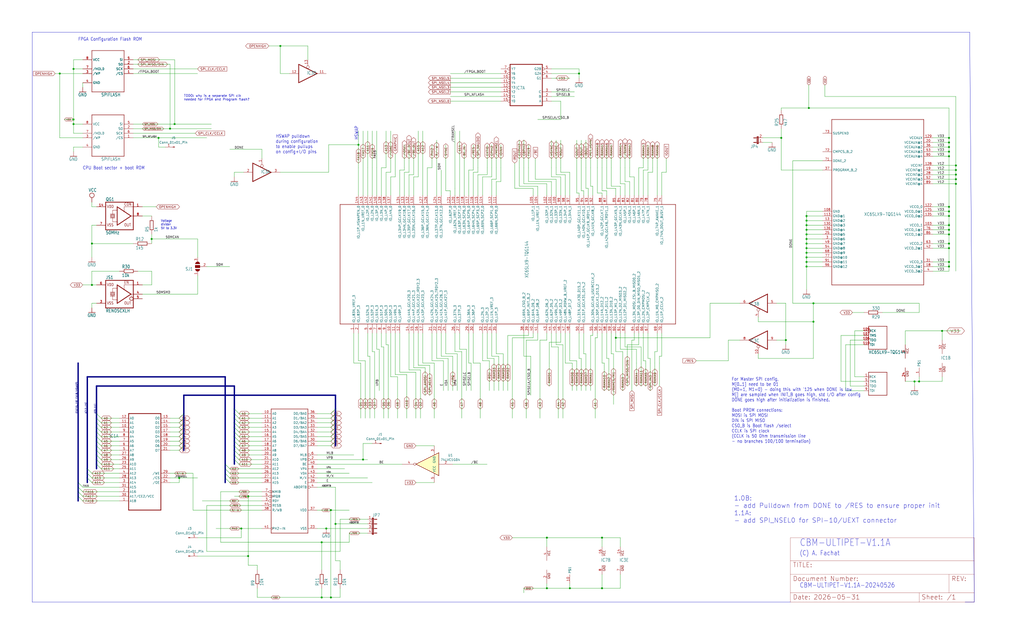
<source format=kicad_sch>
(kicad_sch (version 20231120) (generator "eeschema") (generator_version "8.0")
  (paper "User" 565.963 353.212)
  (junction (at 524.51 116.84))
  (junction (at 447.04 59.69))
  (junction (at 449.58 167.64))
  (junction (at 528.32 91.44))
  (junction (at 50.8 157.48))
  (junction (at 96.52 68.58))
  (junction (at 520.7 182.88))
  (junction (at 445.77 129.54))
  (junction (at 434.34 187.96))
  (junction (at 445.77 119.38))
  (junction (at 524.51 147.32))
  (junction (at 177.8 299.72))
  (junction (at 40.64 66.04))
  (junction (at 524.51 137.16))
  (junction (at 445.77 142.24))
  (junction (at 154.94 25.4))
  (junction (at 524.51 127))
  (junction (at 445.77 124.46))
  (junction (at 505.46 210.82))
  (junction (at 524.51 129.54))
  (junction (at 528.32 96.52))
  (junction (at 528.32 93.98))
  (junction (at 524.51 76.2))
  (junction (at 445.77 121.92))
  (junction (at 445.77 127))
  (junction (at 99.06 264.16))
  (junction (at 177.8 330.2))
  (junction (at 185.42 289.56))
  (junction (at 528.32 101.6))
  (junction (at 137.16 307.34))
  (junction (at 524.51 83.82))
  (junction (at 50.8 134.62))
  (junction (at 182.88 281.94))
  (junction (at 332.74 325.12))
  (junction (at 200.66 254))
  (junction (at 87.63 76.2))
  (junction (at 431.8 76.2))
  (junction (at 524.51 78.74))
  (junction (at 332.74 297.18))
  (junction (at 445.77 134.62))
  (junction (at 198.12 80.01))
  (junction (at 508 210.82))
  (junction (at 524.51 114.3))
  (junction (at 137.16 274.32))
  (junction (at 182.88 330.2))
  (junction (at 445.77 147.32))
  (junction (at 524.51 86.36))
  (junction (at 445.77 132.08))
  (junction (at 445.77 139.7))
  (junction (at 314.96 325.12))
  (junction (at 449.58 177.8))
  (junction (at 93.98 71.12))
  (junction (at 133.35 292.1))
  (junction (at 524.51 81.28))
  (junction (at 302.26 297.18))
  (junction (at 445.77 137.16))
  (junction (at 340.36 186.69))
  (junction (at 524.51 124.46))
  (junction (at 83.82 132.08))
  (junction (at 320.04 40.64))
  (junction (at 528.32 99.06))
  (junction (at 40.64 68.58))
  (junction (at 445.77 144.78))
  (junction (at 524.51 144.78))
  (junction (at 40.64 38.1))
  (junction (at 524.51 134.62))
  (junction (at 180.34 292.1))
  (junction (at 524.51 119.38))
  (junction (at 33.02 40.64))
  (junction (at 302.26 325.12))
  (bus_entry (at 99.06 241.3) (size 2.54 -2.54))
  (bus_entry (at 132.08 251.46) (size -2.54 -2.54))
  (bus_entry (at 132.08 254) (size -2.54 -2.54))
  (bus_entry (at 127 259.08) (size -2.54 -2.54))
  (bus_entry (at 55.88 238.76) (size -2.54 -2.54))
  (bus_entry (at 132.08 233.68) (size -2.54 -2.54))
  (bus_entry (at 55.88 241.3) (size -2.54 -2.54))
  (bus_entry (at 99.06 248.92) (size 2.54 -2.54))
  (bus_entry (at 99.06 233.68) (size 2.54 -2.54))
  (bus_entry (at 182.88 233.68) (size 2.54 -2.54))
  (bus_entry (at 182.88 228.6) (size 2.54 -2.54))
  (bus_entry (at 99.06 243.84) (size 2.54 -2.54))
  (bus_entry (at 132.08 256.54) (size -2.54 -2.54))
  (bus_entry (at 45.72 271.78) (size -2.54 -2.54))
  (bus_entry (at 132.08 241.3) (size -2.54 -2.54))
  (bus_entry (at 55.88 256.54) (size -2.54 -2.54))
  (bus_entry (at 182.88 243.84) (size 2.54 -2.54))
  (bus_entry (at 132.08 238.76) (size -2.54 -2.54))
  (bus_entry (at 99.06 238.76) (size 2.54 -2.54))
  (bus_entry (at 127 261.62) (size -2.54 -2.54))
  (bus_entry (at 55.88 246.38) (size -2.54 -2.54))
  (bus_entry (at 182.88 236.22) (size 2.54 -2.54))
  (bus_entry (at 55.88 259.08) (size -2.54 -2.54))
  (bus_entry (at 132.08 243.84) (size -2.54 -2.54))
  (bus_entry (at 132.08 248.92) (size -2.54 -2.54))
  (bus_entry (at 55.88 248.92) (size -2.54 -2.54))
  (bus_entry (at 132.08 236.22) (size -2.54 -2.54))
  (bus_entry (at 45.72 274.32) (size -2.54 -2.54))
  (bus_entry (at 45.72 276.86) (size -2.54 -2.54))
  (bus_entry (at 132.08 246.38) (size -2.54 -2.54))
  (bus_entry (at 132.08 228.6) (size -2.54 -2.54))
  (bus_entry (at 50.8 266.7) (size -2.54 -2.54))
  (bus_entry (at 99.06 231.14) (size 2.54 -2.54))
  (bus_entry (at 99.06 236.22) (size 2.54 -2.54))
  (bus_entry (at 182.88 246.38) (size 2.54 -2.54))
  (bus_entry (at 45.72 269.24) (size -2.54 -2.54))
  (bus_entry (at 182.88 238.76) (size 2.54 -2.54))
  (bus_entry (at 55.88 243.84) (size -2.54 -2.54))
  (bus_entry (at 182.88 231.14) (size 2.54 -2.54))
  (bus_entry (at 55.88 254) (size -2.54 -2.54))
  (bus_entry (at 50.8 261.62) (size -2.54 -2.54))
  (bus_entry (at 55.88 236.22) (size -2.54 -2.54))
  (bus_entry (at 55.88 233.68) (size -2.54 -2.54))
  (bus_entry (at 55.88 231.14) (size -2.54 -2.54))
  (bus_entry (at 50.8 264.16) (size -2.54 -2.54))
  (bus_entry (at 99.06 246.38) (size 2.54 -2.54))
  (bus_entry (at 127 266.7) (size -2.54 -2.54))
  (bus_entry (at 132.08 231.14) (size -2.54 -2.54))
  (bus_entry (at 127 264.16) (size -2.54 -2.54))
  (bus_entry (at 55.88 251.46) (size -2.54 -2.54))
  (bus_entry (at 182.88 241.3) (size 2.54 -2.54))
  (wire (pts (xy 339.09 195.58) (xy 337.82 195.58)) (stroke (width 0.1524)))
  (wire (pts (xy 203.2 294.64) (xy 193.04 294.64)) (stroke (width 0.1524)))
  (wire (pts (xy 261.62 95.25) (xy 264.16 95.25)))
  (wire (pts (xy 365.76 107.95) (xy 365.76 95.25)))
  (wire (pts (xy 175.26 256.54) (xy 222.25 256.54)))
  (wire (pts (xy 289.56 325.12) (xy 289.56 327.66)) (stroke (width 0.1524)))
  (wire (pts (xy 340.36 186.69) (xy 340.36 184.15)) (stroke (width 0.1524)))
  (wire (pts (xy 454.66 119.38) (xy 445.77 119.38)))
  (bus (pts (xy 43.18 271.78) (xy 43.18 269.24)) (stroke (width 0.762)))
  (wire (pts (xy 182.88 330.2) (xy 187.96 330.2)) (stroke (width 0.1524)))
  (wire (pts (xy 254 72.39) (xy 254 107.95)) (stroke (width 0.1524)))
  (wire (pts (xy 93.98 261.62) (xy 106.68 261.62)) (stroke (width 0.1524)))
  (wire (pts (xy 53.34 157.48) (xy 50.8 157.48)) (stroke (width 0.1524)))
  (wire (pts (xy 213.36 95.25) (xy 213.36 107.95)) (stroke (width 0.1524)))
  (wire (pts (xy 356.87 199.39) (xy 356.87 200.66)))
  (wire (pts (xy 345.44 184.15) (xy 345.44 191.77)))
  (wire (pts (xy 515.62 127) (xy 524.51 127)))
  (wire (pts (xy 266.7 199.39) (xy 266.7 184.15)) (stroke (width 0.1524)))
  (wire (pts (xy 229.87 266.7) (xy 240.03 266.7)))
  (wire (pts (xy 528.32 101.6) (xy 528.32 149.86)) (stroke (width 0.1524)))
  (wire (pts (xy 93.98 266.7) (xy 99.06 266.7)) (stroke (width 0.1524)))
  (wire (pts (xy 175.26 259.08) (xy 190.5 259.08)) (stroke (width 0.1524)))
  (wire (pts (xy 276.86 53.34) (xy 248.92 53.34)) (stroke (width 0.1524)))
  (wire (pts (xy 251.46 104.14) (xy 251.46 107.95)))
  (wire (pts (xy 345.44 92.71) (xy 345.44 80.01)) (stroke (width 0.1524)))
  (wire (pts (xy 76.2 149.86) (xy 83.82 149.86)) (stroke (width 0.1524)))
  (wire (pts (xy 350.52 97.79) (xy 347.98 97.79)))
  (wire (pts (xy 303.53 200.66) (xy 303.53 213.36)) (stroke (width 0.1524)))
  (bus (pts (xy 185.42 243.84) (xy 185.42 241.3)) (stroke (width 0.762)))
  (bus (pts (xy 129.54 233.68) (xy 129.54 231.14)) (stroke (width 0.762)))
  (wire (pts (xy 45.72 68.58) (xy 40.64 68.58)) (stroke (width 0.1524)))
  (wire (pts (xy 215.9 95.25) (xy 213.36 95.25)) (stroke (width 0.1524)))
  (wire (pts (xy 66.04 248.92) (xy 55.88 248.92)) (stroke (width 0.1524)))
  (wire (pts (xy 252.73 195.58) (xy 246.38 195.58)) (stroke (width 0.1524)))
  (wire (pts (xy 356.87 200.66) (xy 356.87 213.36)) (stroke (width 0.1524)))
  (wire (pts (xy 133.35 297.18) (xy 133.35 292.1)))
  (wire (pts (xy 445.77 134.62) (xy 454.66 134.62)))
  (wire (pts (xy 335.28 198.12) (xy 335.28 184.15)) (stroke (width 0.1524)))
  (wire (pts (xy 445.77 116.84) (xy 454.66 116.84)))
  (wire (pts (xy 445.77 127) (xy 454.66 127)))
  (wire (pts (xy 66.04 261.62) (xy 50.8 261.62)) (stroke (width 0.1524)))
  (wire (pts (xy 177.8 330.2) (xy 142.24 330.2)) (stroke (width 0.1524)))
  (wire (pts (xy 271.78 97.79) (xy 271.78 92.71)))
  (wire (pts (xy 508 210.82) (xy 520.7 210.82)) (stroke (width 0.1524)))
  (wire (pts (xy 175.26 264.16) (xy 203.2 264.16)) (stroke (width 0.1524)))
  (bus (pts (xy 129.54 254) (xy 129.54 251.46)) (stroke (width 0.762)))
  (bus (pts (xy 129.54 236.22) (xy 129.54 233.68)) (stroke (width 0.762)))
  (wire (pts (xy 364.49 200.66) (xy 364.49 213.36)) (stroke (width 0.1524)))
  (wire (pts (xy 309.88 55.88) (xy 309.88 66.04)) (stroke (width 0.1524)))
  (wire (pts (xy 449.58 198.12) (xy 449.58 177.8)) (stroke (width 0.1524)))
  (wire (pts (xy 455.93 46.99) (xy 455.93 53.34)))
  (wire (pts (xy 515.62 124.46) (xy 524.51 124.46)))
  (wire (pts (xy 50.8 149.86) (xy 66.04 149.86)) (stroke (width 0.1524)))
  (wire (pts (xy 515.62 86.36) (xy 524.51 86.36)))
  (wire (pts (xy 351.79 200.66) (xy 351.79 213.36)) (stroke (width 0.1524)))
  (wire (pts (xy 109.22 132.08) (xy 109.22 142.24)) (stroke (width 0.1524)))
  (wire (pts (xy 137.16 274.32) (xy 129.54 274.32)) (stroke (width 0.1524)))
  (wire (pts (xy 445.77 124.46) (xy 454.66 124.46)))
  (wire (pts (xy 298.45 187.96) (xy 302.26 187.96)) (stroke (width 0.1524)))
  (wire (pts (xy 276.86 100.33) (xy 276.86 92.71)))
  (wire (pts (xy 264.16 107.95) (xy 264.16 96.52)))
  (wire (pts (xy 332.74 200.66) (xy 332.74 184.15)) (stroke (width 0.1524)))
  (wire (pts (xy 200.66 245.11) (xy 205.74 245.11)) (stroke (width 0.1524)))
  (wire (pts (xy 175.26 266.7) (xy 205.74 266.7)) (stroke (width 0.1524)))
  (wire (pts (xy 345.44 191.77) (xy 354.33 191.77)))
  (wire (pts (xy 175.26 254) (xy 200.66 254)) (stroke (width 0.1524)))
  (wire (pts (xy 142.24 314.96) (xy 142.24 312.42)) (stroke (width 0.1524)))
  (wire (pts (xy 66.04 236.22) (xy 55.88 236.22)) (stroke (width 0.1524)))
  (wire (pts (xy 292.1 100.33) (xy 292.1 92.71)))
  (wire (pts (xy 240.03 200.66) (xy 240.03 231.14)) (stroke (width 0.1524)))
  (wire (pts (xy 226.06 204.47) (xy 226.06 184.15)) (stroke (width 0.1524)))
  (wire (pts (xy 83.82 129.54) (xy 83.82 132.08)) (stroke (width 0.1524)))
  (wire (pts (xy 455.93 53.34) (xy 528.32 53.34)))
  (wire (pts (xy 337.82 92.71) (xy 337.82 80.01)) (stroke (width 0.1524)))
  (wire (pts (xy 314.96 107.95) (xy 314.96 95.25)))
  (wire (pts (xy 363.22 92.71) (xy 363.22 80.01)) (stroke (width 0.1524)))
  (wire (pts (xy 325.12 107.95) (xy 325.12 104.14)))
  (wire (pts (xy 402.59 187.96) (xy 402.59 199.39)) (stroke (width 0.1524)))
  (wire (pts (xy 365.76 184.15) (xy 365.76 196.85)))
  (wire (pts (xy 477.52 208.28) (xy 472.44 208.28)) (stroke (width 0.1524)))
  (wire (pts (xy 236.22 92.71) (xy 236.22 107.95)) (stroke (width 0.1524)))
  (wire (pts (xy 328.93 186.69) (xy 330.2 186.69)) (stroke (width 0.1524)))
  (wire (pts (xy 45.72 81.28) (xy 40.64 81.28)) (stroke (width 0.1524)))
  (wire (pts (xy 210.82 191.77) (xy 210.82 184.15)) (stroke (width 0.1524)))
  (wire (pts (xy 342.9 107.95) (xy 342.9 102.87)))
  (wire (pts (xy 248.92 48.26) (xy 276.86 48.26)) (stroke (width 0.1524)))
  (wire (pts (xy 83.82 157.48) (xy 78.74 157.48)) (stroke (width 0.1524)))
  (wire (pts (xy 53.34 124.46) (xy 50.8 124.46)) (stroke (width 0.1524)))
  (wire (pts (xy 247.65 198.12) (xy 247.65 215.9)) (stroke (width 0.1524)))
  (wire (pts (xy 508 208.28) (xy 508 210.82)) (stroke (width 0.1524)))
  (wire (pts (xy 175.26 238.76) (xy 182.88 238.76)) (stroke (width 0.1524)))
  (wire (pts (xy 524.51 144.78) (xy 524.51 147.32)) (stroke (width 0.1524)))
  (wire (pts (xy 78.74 162.56) (xy 109.22 162.56)) (stroke (width 0.1524)))
  (wire (pts (xy 469.9 187.96) (xy 477.52 187.96)) (stroke (width 0.1524)))
  (wire (pts (xy 257.81 193.04) (xy 257.81 215.9)) (stroke (width 0.1524)))
  (bus (pts (xy 48.26 259.08) (xy 48.26 261.62)) (stroke (width 0.762)))
  (wire (pts (xy 248.92 43.18) (xy 276.86 43.18)) (stroke (width 0.1524)))
  (wire (pts (xy 304.8 43.18) (xy 314.96 43.18)) (stroke (width 0.1524)))
  (wire (pts (xy 349.25 187.96) (xy 350.52 187.96)) (stroke (width 0.1524)))
  (wire (pts (xy 294.64 104.14) (xy 284.48 104.14)))
  (bus (pts (xy 129.54 246.38) (xy 129.54 243.84)) (stroke (width 0.762)))
  (wire (pts (xy 175.26 246.38) (xy 182.88 246.38)) (stroke (width 0.1524)))
  (wire (pts (xy 445.77 139.7) (xy 445.77 142.24)) (stroke (width 0.1524)))
  (bus (pts (xy 53.34 256.54) (xy 53.34 259.08)) (stroke (width 0.762)))
  (wire (pts (xy 524.51 147.32) (xy 524.51 149.86)) (stroke (width 0.1524)))
  (wire (pts (xy 290.83 187.96) (xy 290.83 231.14)) (stroke (width 0.1524)))
  (wire (pts (xy 312.42 107.95) (xy 312.42 96.52)))
  (wire (pts (xy 445.77 147.32) (xy 445.77 160.02)) (stroke (width 0.1524)))
  (wire (pts (xy 316.23 200.66) (xy 312.42 200.66)) (stroke (width 0.1524)))
  (wire (pts (xy 354.33 200.66) (xy 354.33 213.36)) (stroke (width 0.1524)))
  (polyline (pts (xy 17.78 17.78) (xy 17.78 332.74)) (stroke (width 0.1524) (type solid)))
  (wire (pts (xy 66.04 243.84) (xy 55.88 243.84)) (stroke (width 0.1524)))
  (wire (pts (xy 524.51 59.69) (xy 524.51 76.2)) (stroke (width 0.1524)))
  (wire (pts (xy 438.15 88.9) (xy 438.15 167.64)))
  (bus (pts (xy 185.42 241.3) (xy 185.42 238.76)) (stroke (width 0.762)))
  (wire (pts (xy 228.6 97.79) (xy 228.6 107.95)) (stroke (width 0.1524)))
  (wire (pts (xy 358.14 92.71) (xy 358.14 80.01)) (stroke (width 0.1524)))
  (wire (pts (xy 73.66 76.2) (xy 87.63 76.2)) (stroke (width 0.1524)))
  (wire (pts (xy 208.28 92.71) (xy 208.28 107.95)))
  (wire (pts (xy 336.55 198.12) (xy 336.55 215.9)) (stroke (width 0.1524)))
  (wire (pts (xy 250.19 256.54) (xy 269.24 256.54)))
  (wire (pts (xy 283.21 297.18) (xy 302.26 297.18)) (stroke (width 0.1524)))
  (wire (pts (xy 170.18 33.02) (xy 170.18 25.4)) (stroke (width 0.1524)))
  (wire (pts (xy 160.02 40.64) (xy 154.94 40.64)) (stroke (width 0.1524)))
  (wire (pts (xy 515.62 119.38) (xy 524.51 119.38)))
  (wire (pts (xy 294.64 107.95) (xy 294.64 104.14)))
  (wire (pts (xy 524.51 78.74) (xy 524.51 81.28)) (stroke (width 0.1524)))
  (wire (pts (xy 205.74 92.71) (xy 205.74 72.39)) (stroke (width 0.1524)))
  (bus (pts (xy 53.34 251.46) (xy 53.34 254)) (stroke (width 0.762)))
  (wire (pts (xy 358.14 198.12) (xy 359.41 198.12)))
  (wire (pts (xy 148.59 25.4) (xy 154.94 25.4)) (stroke (width 0.1524)))
  (bus (pts (xy 101.6 228.6) (xy 101.6 231.14)) (stroke (width 0.762)))
  (polyline (pts (xy 535.94 17.78) (xy 17.78 17.78)) (stroke (width 0.1524) (type solid)))
  (wire (pts (xy 99.06 264.16) (xy 93.98 264.16)) (stroke (width 0.1524)))
  (bus (pts (xy 43.18 276.86) (xy 43.18 274.32)) (stroke (width 0.762)))
  (wire (pts (xy 287.02 92.71) (xy 287.02 77.47)) (stroke (width 0.1524)))
  (wire (pts (xy 302.26 107.95) (xy 302.26 101.6)))
  (wire (pts (xy 500.38 182.88) (xy 520.7 182.88)) (stroke (width 0.1524)))
  (wire (pts (xy 233.68 72.39) (xy 233.68 107.95)) (stroke (width 0.1524)))
  (wire (pts (xy 144.78 236.22) (xy 132.08 236.22)) (stroke (width 0.1524)))
  (wire (pts (xy 66.04 241.3) (xy 55.88 241.3)) (stroke (width 0.1524)))
  (wire (pts (xy 311.15 190.5) (xy 311.15 231.14)) (stroke (width 0.1524)))
  (bus (pts (xy 124.46 259.08) (xy 124.46 256.54)) (stroke (width 0.762)))
  (bus (pts (xy 101.6 236.22) (xy 101.6 238.76)) (stroke (width 0.762)))
  (wire (pts (xy 327.66 185.42) (xy 327.66 184.15)) (stroke (width 0.1524)))
  (wire (pts (xy 218.44 207.01) (xy 218.44 184.15)) (stroke (width 0.1524)))
  (wire (pts (xy 339.09 195.58) (xy 339.09 223.52)) (stroke (width 0.1524)))
  (wire (pts (xy 335.28 92.71) (xy 335.28 80.01)) (stroke (width 0.1524)))
  (wire (pts (xy 175.26 236.22) (xy 182.88 236.22)) (stroke (width 0.1524)))
  (wire (pts (xy 228.6 80.01) (xy 228.6 96.52)) (stroke (width 0.1524)))
  (wire (pts (xy 353.06 92.71) (xy 355.6 92.71)))
  (wire (pts (xy 93.98 248.92) (xy 99.06 248.92)) (stroke (width 0.1524)))
  (wire (pts (xy 445.77 142.24) (xy 454.66 142.24)))
  (wire (pts (xy 144.78 254) (xy 132.08 254)) (stroke (width 0.1524)))
  (wire (pts (xy 266.7 107.95) (xy 266.7 97.79)))
  (wire (pts (xy 445.77 147.32) (xy 454.66 147.32)))
  (wire (pts (xy 524.51 147.32) (xy 524.51 146.05)))
  (wire (pts (xy 144.78 251.46) (xy 132.08 251.46)) (stroke (width 0.1524)))
  (wire (pts (xy 66.04 274.32) (xy 45.72 274.32)) (stroke (width 0.1524)))
  (wire (pts (xy 223.52 95.25) (xy 223.52 107.95)) (stroke (width 0.1524)))
  (wire (pts (xy 73.66 71.12) (xy 93.98 71.12)) (stroke (width 0.1524)))
  (wire (pts (xy 201.93 199.39) (xy 198.12 199.39)) (stroke (width 0.1524)))
  (wire (pts (xy 280.67 185.42) (xy 280.67 215.9)) (stroke (width 0.1524)))
  (bus (pts (xy 124.46 256.54) (xy 124.46 208.28)) (stroke (width 0.762)))
  (wire (pts (xy 175.26 231.14) (xy 182.88 231.14)) (stroke (width 0.1524)))
  (wire (pts (xy 248.92 105.41) (xy 248.92 107.95)) (stroke (width 0.1524)))
  (wire (pts (xy 434.34 167.64) (xy 434.34 187.96)) (stroke (width 0.1524)))
  (wire (pts (xy 198.12 80.01) (xy 181.61 80.01)) (stroke (width 0.1524)))
  (wire (pts (xy 308.61 191.77) (xy 308.61 231.14)) (stroke (width 0.1524)))
  (wire (pts (xy 204.47 196.85) (xy 203.2 196.85)) (stroke (width 0.1524)))
  (bus (pts (xy 48.26 208.28) (xy 48.26 259.08)) (stroke (width 0.762)))
  (wire (pts (xy 445.77 137.16) (xy 445.77 139.7)) (stroke (width 0.1524)))
  (wire (pts (xy 219.71 208.28) (xy 215.9 208.28)) (stroke (width 0.1524)))
  (wire (pts (xy 363.22 194.31) (xy 361.95 194.31)))
  (wire (pts (xy 340.36 104.14) (xy 335.28 104.14)))
  (wire (pts (xy 515.62 99.06) (xy 528.32 99.06)))
  (wire (pts (xy 447.04 59.69) (xy 431.8 59.69)) (stroke (width 0.1524)))
  (wire (pts (xy 515.62 144.78) (xy 524.51 144.78)))
  (wire (pts (xy 312.42 200.66) (xy 312.42 184.15)) (stroke (width 0.1524)))
  (wire (pts (xy 53.34 167.64) (xy 50.8 167.64)) (stroke (width 0.1524)))
  (wire (pts (xy 259.08 184.15) (xy 259.08 200.66)) (stroke (width 0.1524)))
  (bus (pts (xy 129.54 226.06) (xy 129.54 213.36)) (stroke (width 0.762)))
  (wire (pts (xy 175.26 281.94) (xy 182.88 281.94)) (stroke (width 0.1524)))
  (wire (pts (xy 332.74 106.68) (xy 330.2 106.68)))
  (wire (pts (xy 290.83 187.96) (xy 297.18 187.96)) (stroke (width 0.1524)))
  (wire (pts (xy 346.71 190.5) (xy 346.71 213.36)) (stroke (width 0.1524)))
  (wire (pts (xy 257.81 193.04) (xy 254 193.04)) (stroke (width 0.1524)))
  (wire (pts (xy 83.82 132.08) (xy 83.82 134.62)) (stroke (width 0.1524)))
  (wire (pts (xy 175.26 228.6) (xy 182.88 228.6)) (stroke (width 0.1524)))
  (wire (pts (xy 181.61 80.01) (xy 181.61 95.25)) (stroke (width 0.1524)))
  (wire (pts (xy 114.3 304.8) (xy 187.96 304.8)) (stroke (width 0.1524)))
  (wire (pts (xy 213.36 92.71) (xy 213.36 72.39)) (stroke (width 0.1524)))
  (wire (pts (xy 342.9 102.87) (xy 337.82 102.87)))
  (wire (pts (xy 193.04 294.64) (xy 193.04 299.72)) (stroke (width 0.1524)))
  (wire (pts (xy 308.61 191.77) (xy 304.8 191.77)) (stroke (width 0.1524)))
  (wire (pts (xy 298.45 187.96) (xy 298.45 231.14)) (stroke (width 0.1524)))
  (wire (pts (xy 200.66 254) (xy 200.66 245.11)) (stroke (width 0.1524)))
  (wire (pts (xy 93.98 71.12) (xy 116.84 71.12)) (stroke (width 0.1524)))
  (wire (pts (xy 144.78 261.62) (xy 127 261.62)) (stroke (width 0.1524)))
  (wire (pts (xy 50.8 124.46) (xy 50.8 134.62)) (stroke (width 0.1524)))
  (wire (pts (xy 198.12 80.01) (xy 198.12 92.71)) (stroke (width 0.1524)))
  (wire (pts (xy 265.43 200.66) (xy 265.43 231.14)) (stroke (width 0.1524)))
  (wire (pts (xy 144.78 233.68) (xy 132.08 233.68)) (stroke (width 0.1524)))
  (wire (pts (xy 271.78 92.71) (xy 271.78 80.01)) (stroke (width 0.1524)))
  (wire (pts (xy 187.96 287.02) (xy 187.96 304.8)) (stroke (width 0.1524)))
  (wire (pts (xy 283.21 186.69) (xy 294.64 186.69)) (stroke (width 0.1524)))
  (wire (pts (xy 321.31 105.41) (xy 322.58 105.41)) (stroke (width 0.1524)))
  (bus (pts (xy 129.54 231.14) (xy 129.54 228.6)) (stroke (width 0.762)))
  (wire (pts (xy 508 172.72) (xy 487.68 172.72)) (stroke (width 0.1524)))
  (wire (pts (xy 297.18 187.96) (xy 297.18 184.15)) (stroke (width 0.1524)))
  (wire (pts (xy 358.14 95.25) (xy 360.68 95.25)))
  (bus (pts (xy 101.6 243.84) (xy 101.6 246.38)) (stroke (width 0.762)))
  (wire (pts (xy 248.92 50.8) (xy 276.86 50.8)) (stroke (width 0.1524)))
  (wire (pts (xy 223.52 93.98) (xy 223.52 92.71)))
  (wire (pts (xy 515.62 93.98) (xy 528.32 93.98)))
  (wire (pts (xy 182.88 281.94) (xy 182.88 330.2)) (stroke (width 0.1524)))
  (wire (pts (xy 134.62 95.25) (xy 129.54 95.25)) (stroke (width 0.1524)))
  (bus (pts (xy 53.34 254) (xy 53.34 256.54)) (stroke (width 0.762)))
  (wire (pts (xy 180.34 292.1) (xy 203.2 292.1)) (stroke (width 0.1524)))
  (wire (pts (xy 121.92 299.72) (xy 121.92 271.78)) (stroke (width 0.1524)))
  (wire (pts (xy 524.51 119.38) (xy 524.51 124.46)) (stroke (width 0.1524)))
  (wire (pts (xy 500.38 210.82) (xy 505.46 210.82)) (stroke (width 0.1524)))
  (bus (pts (xy 129.54 228.6) (xy 129.54 226.06)) (stroke (width 0.762)))
  (wire (pts (xy 66.04 231.14) (xy 55.88 231.14)) (stroke (width 0.1524)))
  (wire (pts (xy 528.32 91.44) (xy 528.32 93.98)) (stroke (width 0.1524)))
  (wire (pts (xy 45.72 73.66) (xy 40.64 73.66)) (stroke (width 0.1524)))
  (wire (pts (xy 45.72 38.1) (xy 40.64 38.1)) (stroke (width 0.1524)))
  (wire (pts (xy 421.64 78.74) (xy 426.72 78.74)) (stroke (width 0.1524)))
  (wire (pts (xy 429.26 187.96) (xy 434.34 187.96)) (stroke (width 0.1524)))
  (wire (pts (xy 226.06 96.52) (xy 226.06 107.95)) (stroke (width 0.1524)))
  (wire (pts (xy 40.64 81.28) (xy 40.64 83.82)) (stroke (width 0.1524)))
  (wire (pts (xy 66.04 269.24) (xy 45.72 269.24)) (stroke (width 0.1524)))
  (bus (pts (xy 53.34 248.92) (xy 53.34 251.46)) (stroke (width 0.762)))
  (wire (pts (xy 337.82 102.87) (xy 337.82 92.71)))
  (wire (pts (xy 175.26 292.1) (xy 180.34 292.1)) (stroke (width 0.1524)))
  (wire (pts (xy 207.01 194.31) (xy 207.01 231.14)) (stroke (width 0.1524)))
  (wire (pts (xy 302.26 187.96) (xy 302.26 184.15)) (stroke (width 0.1524)))
  (wire (pts (xy 182.88 281.94) (xy 193.04 281.94)) (stroke (width 0.1524)))
  (wire (pts (xy 246.38 195.58) (xy 246.38 184.15)) (stroke (width 0.1524)))
  (wire (pts (xy 66.04 251.46) (xy 55.88 251.46)) (stroke (width 0.1524)))
  (wire (pts (xy 334.01 200.66) (xy 334.01 215.9)) (stroke (width 0.1524)))
  (wire (pts (xy 248.92 45.72) (xy 276.86 45.72)) (stroke (width 0.1524)))
  (wire (pts (xy 214.63 190.5) (xy 213.36 190.5)) (stroke (width 0.1524)))
  (wire (pts (xy 144.78 82.55) (xy 144.78 87.63)) (stroke (width 0.1524)))
  (wire (pts (xy 524.51 86.36) (xy 524.51 114.3)) (stroke (width 0.1524)))
  (wire (pts (xy 361.95 194.31) (xy 361.95 200.66)))
  (wire (pts (xy 270.51 199.39) (xy 270.51 215.9)) (stroke (width 0.1524)))
  (wire (pts (xy 347.98 107.95) (xy 347.98 100.33)))
  (wire (pts (xy 261.62 92.71) (xy 261.62 80.01)) (stroke (width 0.1524)))
  (wire (pts (xy 342.9 184.15) (xy 342.9 193.04)))
  (wire (pts (xy 109.22 307.34) (xy 137.16 307.34)))
  (wire (pts (xy 363.22 92.71) (xy 363.22 107.95)))
  (wire (pts (xy 524.51 129.54) (xy 524.51 134.62)) (stroke (width 0.1524)))
  (wire (pts (xy 355.6 184.15) (xy 355.6 199.39)))
  (bus (pts (xy 43.18 266.7) (xy 43.18 200.66)) (stroke (width 0.762)))
  (wire (pts (xy 302.26 322.58) (xy 302.26 325.12)) (stroke (width 0.1524)))
  (wire (pts (xy 273.05 198.12) (xy 269.24 198.12)) (stroke (width 0.1524)))
  (wire (pts (xy 350.52 107.95) (xy 350.52 97.79)))
  (wire (pts (xy 144.78 231.14) (xy 132.08 231.14)) (stroke (width 0.1524)))
  (wire (pts (xy 214.63 190.5) (xy 214.63 231.14)) (stroke (width 0.1524)))
  (wire (pts (xy 175.26 269.24) (xy 185.42 269.24)) (stroke (width 0.1524)))
  (bus (pts (xy 53.34 231.14) (xy 53.34 233.68)) (stroke (width 0.762)))
  (wire (pts (xy 347.98 97.79) (xy 347.98 92.71)))
  (wire (pts (xy 477.52 213.36) (xy 469.9 213.36)) (stroke (width 0.1524)))
  (wire (pts (xy 175.26 261.62) (xy 193.04 261.62)) (stroke (width 0.1524)))
  (wire (pts (xy 276.86 40.64) (xy 248.92 40.64)) (stroke (width 0.1524)))
  (wire (pts (xy 524.51 127) (xy 524.51 129.54)) (stroke (width 0.1524)))
  (wire (pts (xy 344.17 194.31) (xy 344.17 215.9)) (stroke (width 0.1524)))
  (wire (pts (xy 318.77 199.39) (xy 314.96 199.39)) (stroke (width 0.1524)))
  (wire (pts (xy 289.56 325.12) (xy 302.26 325.12)) (stroke (width 0.1524)))
  (wire (pts (xy 129.54 95.25) (xy 129.54 97.79)) (stroke (width 0.1524)))
  (wire (pts (xy 431.8 76.2) (xy 431.8 93.98)))
  (wire (pts (xy 304.8 191.77) (xy 304.8 184.15)) (stroke (width 0.1524)))
  (wire (pts (xy 215.9 208.28) (xy 215.9 184.15)) (stroke (width 0.1524)))
  (wire (pts (xy 185.42 309.88) (xy 185.42 289.56)) (stroke (width 0.1524)))
  (wire (pts (xy 340.36 107.95) (xy 340.36 104.14)))
  (wire (pts (xy 220.98 93.98) (xy 223.52 93.98)))
  (wire (pts (xy 187.96 330.2) (xy 187.96 325.12)) (stroke (width 0.1524)))
  (wire (pts (xy 297.18 102.87) (xy 287.02 102.87)))
  (wire (pts (xy 238.76 92.71) (xy 238.76 80.01)) (stroke (width 0.1524)))
  (wire (pts (xy 402.59 187.96) (xy 408.94 187.96)) (stroke (width 0.1524)))
  (wire (pts (xy 93.98 241.3) (xy 99.06 241.3)) (stroke (width 0.1524)))
  (wire (pts (xy 332.74 105.41) (xy 332.74 92.71)))
  (wire (pts (xy 445.77 124.46) (xy 445.77 127)) (stroke (width 0.1524)))
  (wire (pts (xy 93.98 236.22) (xy 99.06 236.22)) (stroke (width 0.1524)))
  (wire (pts (xy 355.6 107.95) (xy 355.6 93.98)))
  (wire (pts (xy 304.8 92.71) (xy 304.8 77.47)) (stroke (width 0.1524)))
  (wire (pts (xy 524.51 81.28) (xy 524.51 83.82)) (stroke (width 0.1524)))
  (wire (pts (xy 445.77 119.38) (xy 445.77 121.92)) (stroke (width 0.1524)))
  (bus (pts (xy 185.42 226.06) (xy 185.42 218.44)) (stroke (width 0.762)))
  (wire (pts (xy 515.62 129.54) (xy 524.51 129.54)))
  (wire (pts (xy 170.18 25.4) (xy 154.94 25.4)) (stroke (width 0.1524)))
  (wire (pts (xy 185.42 269.24) (xy 185.42 289.56)) (stroke (width 0.1524)))
  (wire (pts (xy 142.24 312.42) (xy 137.16 312.42)) (stroke (width 0.1524)))
  (wire (pts (xy 431.8 59.69) (xy 431.8 60.96)) (stroke (width 0.1524)))
  (wire (pts (xy 392.43 186.69) (xy 392.43 167.64)) (stroke (width 0.1524)))
  (bus (pts (xy 185.42 218.44) (xy 101.6 218.44)) (stroke (width 0.762)))
  (wire (pts (xy 309.88 184.15) (xy 309.88 189.23)))
  (wire (pts (xy 231.14 97.79) (xy 228.6 97.79)) (stroke (width 0.1524)))
  (wire (pts (xy 245.11 199.39) (xy 238.76 199.39)) (stroke (width 0.1524)))
  (wire (pts (xy 144.78 276.86) (xy 111.76 276.86)) (stroke (width 0.1524)))
  (wire (pts (xy 30.48 40.64) (xy 33.02 40.64)))
  (wire (pts (xy 363.22 184.15) (xy 363.22 194.31)))
  (wire (pts (xy 464.82 185.42) (xy 477.52 185.42)) (stroke (width 0.1524)))
  (wire (pts (xy 419.1 198.12) (xy 449.58 198.12)) (stroke (width 0.1524)))
  (wire (pts (xy 342.9 193.04) (xy 351.79 193.04)))
  (wire (pts (xy 226.06 80.01) (xy 226.06 95.25)) (stroke (width 0.1524)))
  (bus (pts (xy 53.34 233.68) (xy 53.34 236.22)) (stroke (width 0.762)))
  (bus (pts (xy 129.54 238.76) (xy 129.54 236.22)) (stroke (width 0.762)))
  (wire (pts (xy 449.58 167.64) (xy 508 167.64)) (stroke (width 0.1524)))
  (wire (pts (xy 96.52 68.58) (xy 116.84 68.58)) (stroke (width 0.1524)))
  (polyline (pts (xy 17.78 332.74) (xy 436.88 332.74)) (stroke (width 0.1524) (type solid)))
  (wire (pts (xy 204.47 196.85) (xy 204.47 231.14)) (stroke (width 0.1524)))
  (wire (pts (xy 261.62 200.66) (xy 261.62 184.15)) (stroke (width 0.1524)))
  (wire (pts (xy 302.26 297.18) (xy 332.74 297.18)) (stroke (width 0.1524)))
  (wire (pts (xy 175.26 243.84) (xy 182.88 243.84)) (stroke (width 0.1524)))
  (wire (pts (xy 144.78 246.38) (xy 132.08 246.38)) (stroke (width 0.1524)))
  (wire (pts (xy 449.58 177.8) (xy 449.58 167.64)) (stroke (width 0.1524)))
  (bus (pts (xy 124.46 264.16) (xy 124.46 261.62)) (stroke (width 0.762)))
  (wire (pts (xy 203.2 196.85) (xy 203.2 184.15)) (stroke (width 0.1524)))
  (bus (pts (xy 43.18 274.32) (xy 43.18 271.78)) (stroke (width 0.762)))
  (wire (pts (xy 359.41 198.12) (xy 359.41 200.66)))
  (wire (pts (xy 106.68 261.62) (xy 106.68 281.94)) (stroke (width 0.1524)))
  (wire (pts (xy 228.6 203.2) (xy 228.6 184.15)) (stroke (width 0.1524)))
  (wire (pts (xy 66.04 238.76) (xy 55.88 238.76)) (stroke (width 0.1524)))
  (wire (pts (xy 528.32 99.06) (xy 528.32 101.6)) (stroke (width 0.1524)))
  (wire (pts (xy 508 210.82) (xy 505.46 210.82)) (stroke (width 0.1524)))
  (wire (pts (xy 302.26 325.12) (xy 314.96 325.12)) (stroke (width 0.1524)))
  (wire (pts (xy 260.35 200.66) (xy 259.08 200.66)) (stroke (width 0.1524)))
  (wire (pts (xy 304.8 40.64) (xy 320.04 40.64)) (stroke (width 0.1524)))
  (wire (pts (xy 289.56 92.71) (xy 289.56 77.47)) (stroke (width 0.1524)))
  (wire (pts (xy 231.14 201.93) (xy 231.14 184.15)) (stroke (width 0.1524)))
  (bus (pts (xy 124.46 208.28) (xy 48.26 208.28)) (stroke (width 0.762)))
  (wire (pts (xy 78.74 114.3) (xy 86.36 114.3)) (stroke (width 0.1524)))
  (wire (pts (xy 265.43 200.66) (xy 261.62 200.66)) (stroke (width 0.1524)))
  (wire (pts (xy 322.58 105.41) (xy 322.58 107.95)) (stroke (width 0.1524)))
  (bus (pts (xy 53.34 243.84) (xy 53.34 246.38)) (stroke (width 0.762)))
  (wire (pts (xy 207.01 194.31) (xy 205.74 194.31)) (stroke (width 0.1524)))
  (wire (pts (xy 238.76 199.39) (xy 238.76 184.15)) (stroke (width 0.1524)))
  (wire (pts (xy 144.78 279.4) (xy 114.3 279.4)) (stroke (width 0.1524)))
  (wire (pts (xy 326.39 185.42) (xy 327.66 185.42)) (stroke (width 0.1524)))
  (wire (pts (xy 316.23 200.66) (xy 316.23 215.9)) (stroke (width 0.1524)))
  (wire (pts (xy 224.79 207.01) (xy 218.44 207.01)) (stroke (width 0.1524)))
  (wire (pts (xy 233.68 200.66) (xy 233.68 184.15)) (stroke (width 0.1524)))
  (wire (pts (xy 445.77 119.38) (xy 445.77 120.65)))
  (wire (pts (xy 247.65 198.12) (xy 241.3 198.12)) (stroke (width 0.1524)))
  (wire (pts (xy 144.78 228.6) (xy 132.08 228.6)) (stroke (width 0.1524)))
  (wire (pts (xy 83.82 132.08) (xy 109.22 132.08)) (stroke (width 0.1524)))
  (wire (pts (xy 210.82 92.71) (xy 210.82 107.95)) (stroke (width 0.1524)))
  (bus (pts (xy 185.42 236.22) (xy 185.42 233.68)) (stroke (width 0.762)))
  (wire (pts (xy 307.34 96.52) (xy 307.34 92.71)))
  (wire (pts (xy 515.62 78.74) (xy 524.51 78.74)))
  (polyline (pts (xy 533.4 332.74) (xy 538.48 332.74)) (stroke (width 0.1524) (type solid)))
  (wire (pts (xy 292.1 92.71) (xy 292.1 80.01)) (stroke (width 0.1524)))
  (wire (pts (xy 302.26 101.6) (xy 289.56 101.6)))
  (wire (pts (xy 312.42 96.52) (xy 307.34 96.52)))
  (wire (pts (xy 229.87 205.74) (xy 220.98 205.74)) (stroke (width 0.1524)))
  (wire (pts (xy 330.2 106.68) (xy 330.2 92.71)))
  (wire (pts (xy 109.22 297.18) (xy 133.35 297.18)))
  (wire (pts (xy 40.64 66.04) (xy 35.56 66.04)) (stroke (width 0.1524)))
  (wire (pts (xy 515.62 96.52) (xy 528.32 96.52)))
  (wire (pts (xy 289.56 101.6) (xy 289.56 92.71)))
  (wire (pts (xy 515.62 91.44) (xy 528.32 91.44)))
  (bus (pts (xy 101.6 238.76) (xy 101.6 241.3)) (stroke (width 0.762)))
  (wire (pts (xy 73.66 40.64) (xy 109.22 40.64)) (stroke (width 0.1524)))
  (wire (pts (xy 358.14 107.95) (xy 358.14 95.25)))
  (wire (pts (xy 304.8 100.33) (xy 292.1 100.33)))
  (wire (pts (xy 505.46 210.82) (xy 505.46 213.36)) (stroke (width 0.1524)))
  (wire (pts (xy 326.39 102.87) (xy 326.39 92.71)))
  (wire (pts (xy 275.59 196.85) (xy 271.78 196.85)) (stroke (width 0.1524)))
  (wire (pts (xy 218.44 85.09) (xy 218.44 97.79)) (stroke (width 0.1524)))
  (wire (pts (xy 349.25 187.96) (xy 349.25 215.9)) (stroke (width 0.1524)))
  (wire (pts (xy 353.06 190.5) (xy 353.06 184.15)) (stroke (width 0.1524)))
  (wire (pts (xy 332.74 107.95) (xy 332.74 106.68)))
  (wire (pts (xy 93.98 233.68) (xy 99.06 233.68)) (stroke (width 0.1524)))
  (wire (pts (xy 355.6 199.39) (xy 356.87 199.39)))
  (wire (pts (xy 304.8 107.95) (xy 304.8 100.33)))
  (wire (pts (xy 365.76 95.25) (xy 368.3 95.25)))
  (wire (pts (xy 33.02 76.2) (xy 33.02 40.64)))
  (wire (pts (xy 50.8 167.64) (xy 50.8 170.18)) (stroke (width 0.1524)))
  (wire (pts (xy 256.54 80.01) (xy 256.54 107.95)) (stroke (width 0.1524)))
  (wire (pts (xy 73.66 134.62) (xy 50.8 134.62)) (stroke (width 0.1524)))
  (wire (pts (xy 73.66 33.02) (xy 96.52 33.02)) (stroke (width 0.1524)))
  (wire (pts (xy 226.06 95.25) (xy 223.52 95.25)) (stroke (width 0.1524)))
  (bus (pts (xy 101.6 246.38) (xy 101.6 248.92)) (stroke (width 0.762)))
  (wire (pts (xy 328.93 186.69) (xy 328.93 231.14)) (stroke (width 0.1524)))
  (wire (pts (xy 445.77 142.24) (xy 445.77 144.78)) (stroke (width 0.1524)))
  (wire (pts (xy 209.55 193.04) (xy 209.55 215.9)) (stroke (width 0.1524)))
  (bus (pts (xy 101.6 218.44) (xy 101.6 228.6)) (stroke (width 0.762)))
  (wire (pts (xy 33.02 40.64) (xy 45.72 40.64)))
  (wire (pts (xy 321.31 198.12) (xy 321.31 215.9)) (stroke (width 0.1524)))
  (wire (pts (xy 302.26 297.18) (xy 302.26 302.26)))
  (wire (pts (xy 515.62 149.86) (xy 524.51 149.86)) (stroke (width 0.1524)))
  (wire (pts (xy 93.98 243.84) (xy 99.06 243.84)) (stroke (width 0.1524)))
  (wire (pts (xy 99.06 266.7) (xy 99.06 264.16)) (stroke (width 0.1524)))
  (wire (pts (xy 175.26 241.3) (xy 182.88 241.3)) (stroke (width 0.1524)))
  (wire (pts (xy 528.32 93.98) (xy 528.32 96.52)) (stroke (width 0.1524)))
  (wire (pts (xy 133.35 292.1) (xy 119.38 292.1)) (stroke (width 0.1524)))
  (wire (pts (xy 445.77 144.78) (xy 454.66 144.78)))
  (wire (pts (xy 421.64 76.2) (xy 431.8 76.2)) (stroke (width 0.1524)))
  (wire (pts (xy 345.44 100.33) (xy 345.44 92.71)))
  (wire (pts (xy 200.66 72.39) (xy 200.66 107.95)) (stroke (width 0.1524)))
  (wire (pts (xy 429.26 167.64) (xy 434.34 167.64)) (stroke (width 0.1524)))
  (wire (pts (xy 294.64 186.69) (xy 294.64 184.15)) (stroke (width 0.1524)))
  (wire (pts (xy 340.36 194.31) (xy 340.36 186.69)) (stroke (width 0.1524)))
  (wire (pts (xy 472.44 182.88) (xy 477.52 182.88)) (stroke (width 0.1524)))
  (wire (pts (xy 144.78 281.94) (xy 106.68 281.94)) (stroke (width 0.1524)))
  (bus (pts (xy 185.42 233.68) (xy 185.42 231.14)) (stroke (width 0.762)))
  (wire (pts (xy 187.96 309.88) (xy 185.42 309.88)) (stroke (width 0.1524)))
  (wire (pts (xy 508 167.64) (xy 508 172.72)) (stroke (width 0.1524)))
  (wire (pts (xy 73.66 68.58) (xy 96.52 68.58)) (stroke (width 0.1524)))
  (wire (pts (xy 346.71 190.5) (xy 353.06 190.5)) (stroke (width 0.1524)))
  (wire (pts (xy 45.72 48.26) (xy 45.72 45.72)) (stroke (width 0.1524)))
  (wire (pts (xy 334.01 200.66) (xy 332.74 200.66)) (stroke (width 0.1524)))
  (wire (pts (xy 524.51 124.46) (xy 524.51 123.19)))
  (wire (pts (xy 344.17 194.31) (xy 340.36 194.31)) (stroke (width 0.1524)))
  (wire (pts (xy 66.04 276.86) (xy 45.72 276.86)) (stroke (width 0.1524)))
  (wire (pts (xy 335.28 107.95) (xy 335.28 105.41)))
  (wire (pts (xy 154.94 40.64) (xy 154.94 25.4)) (stroke (width 0.1524)))
  (wire (pts (xy 243.84 93.98) (xy 243.84 106.68)) (stroke (width 0.1524)))
  (wire (pts (xy 45.72 76.2) (xy 33.02 76.2)))
  (wire (pts (xy 350.52 187.96) (xy 350.52 184.15)) (stroke (width 0.1524)))
  (wire (pts (xy 355.6 92.71) (xy 355.6 80.01)) (stroke (width 0.1524)))
  (wire (pts (xy 345.44 101.6) (xy 342.9 101.6)))
  (wire (pts (xy 93.98 246.38) (xy 99.06 246.38)) (stroke (width 0.1524)))
  (wire (pts (xy 212.09 191.77) (xy 210.82 191.77)) (stroke (width 0.1524)))
  (wire (pts (xy 261.62 107.95) (xy 261.62 95.25)))
  (wire (pts (xy 144.78 259.08) (xy 127 259.08)) (stroke (width 0.1524)))
  (wire (pts (xy 283.21 186.69) (xy 283.21 231.14)) (stroke (width 0.1524)))
  (wire (pts (xy 342.9 101.6) (xy 342.9 92.71)))
  (wire (pts (xy 351.79 193.04) (xy 351.79 200.66)))
  (wire (pts (xy 144.78 292.1) (xy 133.35 292.1)) (stroke (width 0.1524)))
  (wire (pts (xy 477.52 210.82) (xy 464.82 210.82)) (stroke (width 0.1524)))
  (wire (pts (xy 347.98 92.71) (xy 347.98 80.01)) (stroke (width 0.1524)))
  (wire (pts (xy 515.62 83.82) (xy 524.51 83.82)))
  (wire (pts (xy 330.2 92.71) (xy 330.2 80.01)) (stroke (width 0.1524)))
  (wire (pts (xy 321.31 77.47) (xy 321.31 105.41)) (stroke (width 0.1524)))
  (wire (pts (xy 320.04 38.1) (xy 320.04 40.64)) (stroke (width 0.1524)))
  (wire (pts (xy 66.04 246.38) (xy 55.88 246.38)) (stroke (width 0.1524)))
  (wire (pts (xy 515.62 76.2) (xy 524.51 76.2)))
  (wire (pts (xy 66.04 264.16) (xy 50.8 264.16)) (stroke (width 0.1524)))
  (wire (pts (xy 520.7 187.96) (xy 520.7 182.88)) (stroke (width 0.1524)))
  (wire (pts (xy 278.13 195.58) (xy 274.32 195.58)) (stroke (width 0.1524)))
  (wire (pts (xy 445.77 129.54) (xy 445.77 132.08)) (stroke (width 0.1524)))
  (bus (pts (xy 129.54 248.92) (xy 129.54 246.38)) (stroke (width 0.762)))
  (wire (pts (xy 330.2 186.69) (xy 330.2 184.15)) (stroke (width 0.1524)))
  (wire (pts (xy 332.74 297.18) (xy 342.9 297.18)) (stroke (width 0.1524)))
  (bus (pts (xy 101.6 233.68) (xy 101.6 236.22)) (stroke (width 0.762)))
  (wire (pts (xy 528.32 96.52) (xy 528.32 99.06)) (stroke (width 0.1524)))
  (wire (pts (xy 304.8 55.88) (xy 309.88 55.88)) (stroke (width 0.1524)))
  (wire (pts (xy 96.52 33.02) (xy 96.52 68.58)) (stroke (width 0.1524)))
  (wire (pts (xy 234.95 203.2) (xy 228.6 203.2)) (stroke (width 0.1524)))
  (wire (pts (xy 193.04 299.72) (xy 177.8 299.72)) (stroke (width 0.1524)))
  (bus (pts (xy 129.54 251.46) (xy 129.54 248.92)) (stroke (width 0.762)))
  (wire (pts (xy 241.3 198.12) (xy 241.3 184.15)) (stroke (width 0.1524)))
  (wire (pts (xy 219.71 208.28) (xy 219.71 231.14)) (stroke (width 0.1524)))
  (wire (pts (xy 238.76 92.71) (xy 236.22 92.71)) (stroke (width 0.1524)))
  (wire (pts (xy 368.3 87.63) (xy 368.3 95.25)))
  (wire (pts (xy 201.93 199.39) (xy 201.93 231.14)) (stroke (width 0.1524)))
  (wire (pts (xy 245.11 199.39) (xy 245.11 215.9)) (stroke (width 0.1524)))
  (wire (pts (xy 321.31 198.12) (xy 320.04 198.12)) (stroke (width 0.1524)))
  (wire (pts (xy 320.04 198.12) (xy 320.04 184.15)) (stroke (width 0.1524)))
  (wire (pts (xy 195.58 184.15) (xy 195.58 200.66)))
  (wire (pts (xy 50.8 157.48) (xy 50.8 149.86)) (stroke (width 0.1524)))
  (wire (pts (xy 320.04 40.64) (xy 320.04 43.18)) (stroke (width 0.1524)))
  (wire (pts (xy 445.77 144.78) (xy 445.77 147.32)) (stroke (width 0.1524)))
  (bus (pts (xy 53.34 238.76) (xy 53.34 241.3)) (stroke (width 0.762)))
  (wire (pts (xy 261.62 93.98) (xy 261.62 92.71)))
  (bus (pts (xy 129.54 241.3) (xy 129.54 238.76)) (stroke (width 0.762)))
  (wire (pts (xy 121.92 271.78) (xy 144.78 271.78)) (stroke (width 0.1524)))
  (wire (pts (xy 445.77 137.16) (xy 454.66 137.16)))
  (wire (pts (xy 515.62 116.84) (xy 524.51 116.84)))
  (wire (pts (xy 144.78 264.16) (xy 127 264.16)) (stroke (width 0.1524)))
  (wire (pts (xy 229.87 246.38) (xy 240.03 246.38)))
  (wire (pts (xy 264.16 95.25) (xy 264.16 92.71)))
  (wire (pts (xy 220.98 107.95) (xy 220.98 93.98)))
  (wire (pts (xy 93.98 231.14) (xy 99.06 231.14)) (stroke (width 0.1524)))
  (wire (pts (xy 109.22 162.56) (xy 109.22 152.4)) (stroke (width 0.1524)))
  (wire (pts (xy 284.48 90.17) (xy 284.48 104.14)))
  (wire (pts (xy 248.92 55.88) (xy 276.86 55.88)))
  (wire (pts (xy 177.8 314.96) (xy 177.8 299.72)) (stroke (width 0.1524)))
  (wire (pts (xy 524.51 76.2) (xy 524.51 78.74)) (stroke (width 0.1524)))
  (wire (pts (xy 241.3 77.47) (xy 241.3 107.95)) (stroke (width 0.1524)))
  (wire (pts (xy 144.78 248.92) (xy 132.08 248.92)) (stroke (width 0.1524)))
  (bus (pts (xy 48.26 264.16) (xy 48.26 266.7)) (stroke (width 0.762)))
  (wire (pts (xy 229.87 205.74) (xy 229.87 231.14)) (stroke (width 0.1524)))
  (wire (pts (xy 177.8 330.2) (xy 182.88 330.2)) (stroke (width 0.1524)))
  (wire (pts (xy 203.2 287.02) (xy 187.96 287.02)) (stroke (width 0.1524)))
  (wire (pts (xy 419.1 195.58) (xy 419.1 198.12)) (stroke (width 0.1524)))
  (wire (pts (xy 515.62 134.62) (xy 524.51 134.62)))
  (wire (pts (xy 66.04 259.08) (xy 55.88 259.08)) (stroke (width 0.1524)))
  (wire (pts (xy 464.82 210.82) (xy 464.82 185.42)) (stroke (width 0.1524)))
  (wire (pts (xy 323.85 104.14) (xy 323.85 92.71)))
  (wire (pts (xy 434.34 187.96) (xy 434.34 190.5)) (stroke (width 0.1524)))
  (bus (pts (xy 185.42 246.38) (xy 185.42 243.84)) (stroke (width 0.762)))
  (wire (pts (xy 50.8 134.62) (xy 50.8 142.24)) (stroke (width 0.1524)))
  (wire (pts (xy 447.04 59.69) (xy 524.51 59.69)) (stroke (width 0.1524)))
  (wire (pts (xy 195.58 200.66) (xy 199.39 200.66)))
  (bus (pts (xy 124.46 261.62) (xy 124.46 259.08)) (stroke (width 0.762)))
  (bus (pts (xy 53.34 228.6) (xy 53.34 231.14)) (stroke (width 0.762)))
  (wire (pts (xy 304.8 53.34) (xy 317.5 53.34)) (stroke (width 0.1524)))
  (wire (pts (xy 322.58 195.58) (xy 322.58 184.15)) (stroke (width 0.1524)))
  (wire (pts (xy 340.36 186.69) (xy 392.43 186.69)) (stroke (width 0.1524)))
  (wire (pts (xy 392.43 167.64) (xy 408.94 167.64)) (stroke (width 0.1524)))
  (wire (pts (xy 144.78 241.3) (xy 132.08 241.3)) (stroke (width 0.1524)))
  (bus (pts (xy 53.34 213.36) (xy 53.34 228.6)) (stroke (width 0.762)))
  (wire (pts (xy 323.85 195.58) (xy 323.85 215.9)) (stroke (width 0.1524)))
  (wire (pts (xy 198.12 199.39) (xy 198.12 184.15)) (stroke (width 0.1524)))
  (wire (pts (xy 309.88 66.04) (xy 297.18 66.04)) (stroke (width 0.1524)))
  (wire (pts (xy 78.74 119.38) (xy 83.82 119.38)) (stroke (width 0.1524)))
  (wire (pts (xy 73.66 35.56) (xy 93.98 35.56)) (stroke (width 0.1524)))
  (wire (pts (xy 237.49 201.93) (xy 237.49 218.44)) (stroke (width 0.1524)))
  (wire (pts (xy 203.2 92.71) (xy 203.2 107.95)))
  (wire (pts (xy 66.04 256.54) (xy 55.88 256.54)) (stroke (width 0.1524)))
  (wire (pts (xy 144.78 266.7) (xy 127 266.7)) (stroke (width 0.1524)))
  (wire (pts (xy 40.64 68.58) (xy 40.64 66.04)) (stroke (width 0.1524)))
  (wire (pts (xy 181.61 95.25) (xy 154.94 95.25)) (stroke (width 0.1524)))
  (wire (pts (xy 243.84 196.85) (xy 243.84 184.15)) (stroke (width 0.1524)))
  (wire (pts (xy 303.53 189.23) (xy 303.53 200.66)))
  (wire (pts (xy 293.37 196.85) (xy 293.37 218.44)) (stroke (width 0.1524)))
  (wire (pts (xy 266.7 97.79) (xy 271.78 97.79)))
  (wire (pts (xy 445.77 134.62) (xy 445.77 137.16)) (stroke (width 0.1524)))
  (wire (pts (xy 198.12 92.71) (xy 198.12 107.95)))
  (wire (pts (xy 205.74 194.31) (xy 205.74 184.15)) (stroke (width 0.1524)))
  (wire (pts (xy 318.77 106.68) (xy 320.04 106.68)) (stroke (width 0.1524)))
  (wire (pts (xy 240.03 200.66) (xy 233.68 200.66)) (stroke (width 0.1524)))
  (wire (pts (xy 500.38 190.5) (xy 500.38 182.88)) (stroke (width 0.1524)))
  (wire (pts (xy 314.96 199.39) (xy 314.96 184.15)) (stroke (width 0.1524)))
  (wire (pts (xy 66.04 233.68) (xy 55.88 233.68)) (stroke (width 0.1524)))
  (wire (pts (xy 278.13 195.58) (xy 278.13 215.9)) (stroke (width 0.1524)))
  (wire (pts (xy 309.88 107.95) (xy 309.88 97.79)))
  (wire (pts (xy 198.12 80.01) (xy 198.12 72.39)) (stroke (width 0.1524)))
  (wire (pts (xy 515.62 101.6) (xy 528.32 101.6)))
  (wire (pts (xy 297.18 107.95) (xy 297.18 102.87)))
  (wire (pts (xy 469.9 213.36) (xy 469.9 187.96)) (stroke (width 0.1524)))
  (wire (pts (xy 326.39 92.71) (xy 326.39 77.47)) (stroke (width 0.1524)))
  (wire (pts (xy 212.09 191.77) (xy 212.09 231.14)) (stroke (width 0.1524)))
  (wire (pts (xy 360.68 92.71) (xy 360.68 80.01)) (stroke (width 0.1524)))
  (wire (pts (xy 137.16 307.34) (xy 137.16 274.32)) (stroke (width 0.1524)))
  (bus (pts (xy 185.42 238.76) (xy 185.42 236.22)) (stroke (width 0.762)))
  (wire (pts (xy 337.82 195.58) (xy 337.82 184.15)) (stroke (width 0.1524)))
  (wire (pts (xy 87.63 81.28) (xy 87.63 76.2)))
  (wire (pts (xy 274.32 100.33) (xy 276.86 100.33)))
  (wire (pts (xy 445.77 139.7) (xy 454.66 139.7)))
  (wire (pts (xy 237.49 201.93) (xy 231.14 201.93)) (stroke (width 0.1524)))
  (wire (pts (xy 314.96 322.58) (xy 314.96 325.12)) (stroke (width 0.1524)))
  (wire (pts (xy 524.51 134.62) (xy 524.51 137.16)) (stroke (width 0.1524)))
  (wire (pts (xy 342.9 297.18) (xy 342.9 302.26)) (stroke (width 0.1524)))
  (wire (pts (xy 287.02 102.87) (xy 287.02 92.71)))
  (wire (pts (xy 307.34 107.95) (xy 307.34 99.06)))
  (wire (pts (xy 205.74 92.71) (xy 205.74 107.95)))
  (wire (pts (xy 232.41 204.47) (xy 232.41 231.14)) (stroke (width 0.1524)))
  (wire (pts (xy 273.05 198.12) (xy 273.05 215.9)) (stroke (width 0.1524)))
  (wire (pts (xy 384.81 199.39) (xy 402.59 199.39)) (stroke (width 0.1524)))
  (wire (pts (xy 144.78 243.84) (xy 132.08 243.84)) (stroke (width 0.1524)))
  (wire (pts (xy 336.55 198.12) (xy 335.28 198.12)) (stroke (width 0.1524)))
  (wire (pts (xy 332.74 325.12) (xy 332.74 317.5)) (stroke (width 0.1524)))
  (wire (pts (xy 40.64 33.02) (xy 45.72 33.02)) (stroke (width 0.1524)))
  (wire (pts (xy 309.88 92.71) (xy 309.88 77.47)) (stroke (width 0.1524)))
  (wire (pts (xy 185.42 289.56) (xy 203.2 289.56)) (stroke (width 0.1524)))
  (wire (pts (xy 332.74 325.12) (xy 342.9 325.12)) (stroke (width 0.1524)))
  (wire (pts (xy 73.66 38.1) (xy 109.22 38.1)) (stroke (width 0.1524)))
  (wire (pts (xy 318.77 199.39) (xy 318.77 215.9)) (stroke (width 0.1524)))
  (wire (pts (xy 208.28 193.04) (xy 208.28 184.15)) (stroke (width 0.1524)))
  (wire (pts (xy 318.77 77.47) (xy 318.77 106.68)) (stroke (width 0.1524)))
  (wire (pts (xy 445.77 121.92) (xy 445.77 124.46)) (stroke (width 0.1524)))
  (wire (pts (xy 73.66 73.66) (xy 107.95 73.66)) (stroke (width 0.1524)))
  (bus (pts (xy 129.54 243.84) (xy 129.54 241.3)) (stroke (width 0.762)))
  (wire (pts (xy 269.24 198.12) (xy 269.24 184.15)) (stroke (width 0.1524)))
  (wire (pts (xy 274.32 195.58) (xy 274.32 184.15)) (stroke (width 0.1524)))
  (wire (pts (xy 144.78 256.54) (xy 132.08 256.54)) (stroke (width 0.1524)))
  (wire (pts (xy 220.98 205.74) (xy 220.98 184.15)) (stroke (width 0.1524)))
  (wire (pts (xy 271.78 107.95) (xy 271.78 99.06)))
  (bus (pts (xy 53.34 246.38) (xy 53.34 248.92)) (stroke (width 0.762)))
  (wire (pts (xy 295.91 87.63) (xy 295.91 99.06)))
  (wire (pts (xy 332.74 92.71) (xy 332.74 80.01)) (stroke (width 0.1524)))
  (wire (pts (xy 252.73 195.58) (xy 252.73 215.9)) (stroke (width 0.1524)))
  (wire (pts (xy 323.85 92.71) (xy 323.85 77.47)) (stroke (width 0.1524)))
  (wire (pts (xy 293.37 196.85) (xy 289.56 196.85)) (stroke (width 0.1524)))
  (bus (pts (xy 185.42 228.6) (xy 185.42 226.06)) (stroke (width 0.762)))
  (bus (pts (xy 53.34 241.3) (xy 53.34 243.84)) (stroke (width 0.762)))
  (wire (pts (xy 234.95 203.2) (xy 234.95 218.44)) (stroke (width 0.1524)))
  (wire (pts (xy 472.44 208.28) (xy 472.44 182.88)) (stroke (width 0.1524)))
  (wire (pts (xy 224.79 231.14) (xy 224.79 207.01)) (stroke (width 0.1524)))
  (wire (pts (xy 218.44 97.79) (xy 215.9 97.79)) (stroke (width 0.1524)))
  (wire (pts (xy 40.64 73.66) (xy 40.64 68.58)) (stroke (width 0.1524)))
  (wire (pts (xy 271.78 99.06) (xy 274.32 99.06)))
  (wire (pts (xy 255.27 194.31) (xy 251.46 194.31)) (stroke (width 0.1524)))
  (wire (pts (xy 254 193.04) (xy 254 184.15)) (stroke (width 0.1524)))
  (wire (pts (xy 307.34 99.06) (xy 295.91 99.06)))
  (wire (pts (xy 311.15 190.5) (xy 307.34 190.5)) (stroke (width 0.1524)))
  (wire (pts (xy 309.88 189.23) (xy 303.53 189.23)))
  (wire (pts (xy 365.76 196.85) (xy 364.49 196.85)))
  (wire (pts (xy 83.82 149.86) (xy 83.82 157.48)) (stroke (width 0.1524)))
  (wire (pts (xy 524.51 124.46) (xy 524.51 127)) (stroke (width 0.1524)))
  (wire (pts (xy 354.33 191.77) (xy 354.33 200.66)))
  (wire (pts (xy 66.04 271.78) (xy 45.72 271.78)) (stroke (width 0.1524)))
  (wire (pts (xy 208.28 92.71) (xy 208.28 72.39)) (stroke (width 0.1524)))
  (wire (pts (xy 454.66 93.98) (xy 431.8 93.98)))
  (wire (pts (xy 528.32 53.34) (xy 528.32 91.44)) (stroke (width 0.1524)))
  (wire (pts (xy 445.77 132.08) (xy 454.66 132.08)))
  (wire (pts (xy 209.55 193.04) (xy 208.28 193.04)) (stroke (width 0.1524)))
  (wire (pts (xy 251.46 194.31) (xy 251.46 184.15)) (stroke (width 0.1524)))
  (wire (pts (xy 271.78 196.85) (xy 271.78 184.15)) (stroke (width 0.1524)))
  (wire (pts (xy 342.9 92.71) (xy 342.9 80.01)) (stroke (width 0.1524)))
  (wire (pts (xy 445.77 121.92) (xy 454.66 121.92)))
  (wire (pts (xy 355.6 93.98) (xy 358.14 93.98)))
  (wire (pts (xy 280.67 185.42) (xy 292.1 185.42)) (stroke (width 0.1524)))
  (wire (pts (xy 276.86 92.71) (xy 276.86 80.01)) (stroke (width 0.1524)))
  (wire (pts (xy 445.77 129.54) (xy 454.66 129.54)))
  (wire (pts (xy 364.49 196.85) (xy 364.49 200.66)))
  (wire (pts (xy 66.04 266.7) (xy 50.8 266.7)) (stroke (width 0.1524)))
  (wire (pts (xy 40.64 66.04) (xy 40.64 38.1)) (stroke (width 0.1524)))
  (wire (pts (xy 269.24 96.52) (xy 269.24 92.71)))
  (wire (pts (xy 307.34 92.71) (xy 307.34 77.47)) (stroke (width 0.1524)))
  (wire (pts (xy 342.9 325.12) (xy 342.9 317.5)) (stroke (width 0.1524)))
  (bus (pts (xy 101.6 241.3) (xy 101.6 243.84)) (stroke (width 0.762)))
  (wire (pts (xy 251.46 72.39) (xy 251.46 104.14)) (stroke (width 0.1524)))
  (wire (pts (xy 255.27 194.31) (xy 255.27 231.14)) (stroke (width 0.1524)))
  (wire (pts (xy 269.24 92.71) (xy 269.24 80.01)) (stroke (width 0.1524)))
  (wire (pts (xy 438.15 167.64) (xy 449.58 167.64)))
  (wire (pts (xy 358.14 93.98) (xy 358.14 92.71)))
  (bus (pts (xy 101.6 231.14) (xy 101.6 233.68)) (stroke (width 0.762)))
  (wire (pts (xy 250.19 196.85) (xy 243.84 196.85)) (stroke (width 0.1524)))
  (wire (pts (xy 445.77 127) (xy 445.77 129.54)) (stroke (width 0.1524)))
  (wire (pts (xy 304.8 97.79) (xy 304.8 92.71)))
  (wire (pts (xy 259.08 93.98) (xy 261.62 93.98)))
  (wire (pts (xy 99.06 264.16) (xy 109.22 264.16)) (stroke (width 0.1524)))
  (wire (pts (xy 524.51 137.16) (xy 524.51 144.78)) (stroke (width 0.1524)))
  (wire (pts (xy 309.88 97.79) (xy 304.8 97.79)))
  (wire (pts (xy 520.7 210.82) (xy 520.7 208.28)) (stroke (width 0.1524)))
  (wire (pts (xy 223.52 92.71) (xy 223.52 80.01)) (stroke (width 0.1524)))
  (wire (pts (xy 524.51 83.82) (xy 524.51 86.36)) (stroke (width 0.1524)))
  (wire (pts (xy 360.68 95.25) (xy 360.68 92.71)))
  (bus (pts (xy 129.54 256.54) (xy 129.54 254)) (stroke (width 0.762)))
  (wire (pts (xy 40.64 38.1) (xy 40.64 33.02)) (stroke (width 0.1524)))
  (wire (pts (xy 250.19 196.85) (xy 250.19 215.9)) (stroke (width 0.1524)))
  (wire (pts (xy 524.51 114.3) (xy 524.51 116.84)) (stroke (width 0.1524)))
  (wire (pts (xy 66.04 254) (xy 55.88 254)) (stroke (width 0.1524)))
  (wire (pts (xy 304.8 38.1) (xy 320.04 38.1)) (stroke (width 0.1524)))
  (wire (pts (xy 358.14 184.15) (xy 358.14 198.12)))
  (wire (pts (xy 323.85 195.58) (xy 322.58 195.58)) (stroke (width 0.1524)))
  (wire (pts (xy 275.59 196.85) (xy 275.59 215.9)) (stroke (width 0.1524)))
  (wire (pts (xy 50.8 114.3) (xy 50.8 111.76)) (stroke (width 0.1524)))
  (wire (pts (xy 445.77 132.08) (xy 445.77 134.62)) (stroke (width 0.1524)))
  (bus (pts (xy 124.46 266.7) (xy 124.46 264.16)) (stroke (width 0.762)))
  (wire (pts (xy 200.66 254) (xy 203.2 254)) (stroke (width 0.1524)))
  (wire (pts (xy 327.66 102.87) (xy 326.39 102.87)))
  (wire (pts (xy 325.12 104.14) (xy 323.85 104.14)))
  (wire (pts (xy 137.16 312.42) (xy 137.16 307.34)) (stroke (width 0.1524)))
  (wire (pts (xy 467.36 190.5) (xy 477.52 190.5)) (stroke (width 0.1524)))
  (wire (pts (xy 114.3 147.32) (xy 127 147.32)) (stroke (width 0.1524)))
  (wire (pts (xy 203.2 92.71) (xy 203.2 72.39)) (stroke (width 0.1524)))
  (wire (pts (xy 520.7 182.88) (xy 530.86 182.88)) (stroke (width 0.1524)))
  (wire (pts (xy 477.52 215.9) (xy 467.36 215.9)) (stroke (width 0.1524)))
  (wire (pts (xy 246.38 80.01) (xy 246.38 105.41)) (stroke (width 0.1524)))
  (wire (pts (xy 345.44 107.95) (xy 345.44 101.6)))
  (wire (pts (xy 314.96 325.12) (xy 332.74 325.12)) (stroke (width 0.1524)))
  (wire (pts (xy 515.62 114.3) (xy 524.51 114.3)))
  (wire (pts (xy 353.06 107.95) (xy 353.06 92.71)))
  (wire (pts (xy 177.8 325.12) (xy 177.8 330.2)) (stroke (width 0.1524)))
  (wire (pts (xy 515.62 147.32) (xy 524.51 147.32)))
  (wire (pts (xy 419.1 175.26) (xy 419.1 177.8)) (stroke (width 0.1524)))
  (wire (pts (xy 292.1 185.42) (xy 292.1 184.15)) (stroke (width 0.1524)))
  (wire (pts (xy 320.04 106.68) (xy 320.04 107.95)) (stroke (width 0.1524)))
  (bus (pts (xy 43.18 269.24) (xy 43.18 266.7)) (stroke (width 0.762)))
  (wire (pts (xy 454.66 88.9) (xy 438.15 88.9)))
  (wire (pts (xy 199.39 200.66) (xy 199.39 231.14)) (stroke (width 0.1524)))
  (wire (pts (xy 246.38 105.41) (xy 248.92 105.41)) (stroke (width 0.1524)))
  (wire (pts (xy 335.28 105.41) (xy 332.74 105.41)))
  (wire (pts (xy 431.8 76.2) (xy 431.8 71.12)) (stroke (width 0.1524)))
  (wire (pts (xy 524.51 116.84) (xy 524.51 119.38)) (stroke (width 0.1524)))
  (wire (pts (xy 177.8 299.72) (xy 121.92 299.72)) (stroke (width 0.1524)))
  (bus (pts (xy 185.42 231.14) (xy 185.42 228.6)) (stroke (width 0.762)))
  (wire (pts (xy 91.44 81.28) (xy 87.63 81.28)))
  (wire (pts (xy 53.34 114.3) (xy 50.8 114.3)) (stroke (width 0.1524)))
  (wire (pts (xy 274.32 107.95) (xy 274.32 100.33)))
  (wire (pts (xy 274.32 99.06) (xy 274.32 92.71)))
  (wire (pts (xy 259.08 107.95) (xy 259.08 93.98)))
  (wire (pts (xy 215.9 97.79) (xy 215.9 107.95)) (stroke (width 0.1524)))
  (wire (pts (xy 144.78 274.32) (xy 137.16 274.32)) (stroke (width 0.1524)))
  (wire (pts (xy 114.3 279.4) (xy 114.3 304.8)) (stroke (width 0.1524)))
  (wire (pts (xy 142.24 325.12) (xy 142.24 330.2)) (stroke (width 0.1524)))
  (wire (pts (xy 326.39 185.42) (xy 326.39 215.9)) (stroke (width 0.1524)))
  (wire (pts (xy 175.26 251.46) (xy 195.58 251.46)) (stroke (width 0.1524)))
  (wire (pts (xy 87.63 76.2) (xy 114.3 76.2)) (stroke (width 0.1524)))
  (wire (pts (xy 359.41 200.66) (xy 359.41 215.9)) (stroke (width 0.1524)))
  (wire (pts (xy 467.36 215.9) (xy 467.36 190.5)) (stroke (width 0.1524)))
  (wire (pts (xy 419.1 177.8) (xy 449.58 177.8)) (stroke (width 0.1524)))
  (wire (pts (xy 471.17 172.72) (xy 477.52 172.72)) (stroke (width 0.1524)))
  (wire (pts (xy 213.36 92.71) (xy 210.82 92.71)) (stroke (width 0.1524)))
  (wire (pts (xy 289.56 196.85) (xy 289.56 184.15)) (stroke (width 0.1524)))
  (bus (pts (xy 48.26 261.62) (xy 48.26 264.16)) (stroke (width 0.762)))
  (wire (pts (xy 515.62 81.28) (xy 524.51 81.28)))
  (wire (pts (xy 144.78 238.76) (xy 132.08 238.76)) (stroke (width 0.1524)))
  (wire (pts (xy 243.84 106.68) (xy 243.84 107.95)))
  (wire (pts (xy 232.41 204.47) (xy 226.06 204.47)) (stroke (width 0.1524)))
  (wire (pts (xy 270.51 199.39) (xy 266.7 199.39)) (stroke (width 0.1524)))
  (wire (pts (xy 264.16 92.71) (xy 264.16 80.01)) (stroke (width 0.1524)))
  (wire (pts (xy 447.04 46.99) (xy 447.04 59.69)) (stroke (width 0.1524)))
  (wire (pts (xy 361.95 200.66) (xy 361.95 213.36)) (stroke (width 0.1524)))
  (wire (pts (xy 347.98 100.33) (xy 345.44 100.33)))
  (wire (pts (xy 228.6 96.52) (xy 226.06 96.52)) (stroke (width 0.1524)))
  (wire (pts (xy 264.16 96.52) (xy 269.24 96.52)))
  (wire (pts (xy 215.9 72.39) (xy 215.9 95.25)) (stroke (width 0.1524)))
  (wire (pts (xy 187.96 314.96) (xy 187.96 309.88)) (stroke (width 0.1524)))
  (wire (pts (xy 307.34 190.5) (xy 307.34 184.15)) (stroke (width 0.1524)))
  (bus (pts (xy 129.54 213.36) (xy 53.34 213.36)) (stroke (width 0.762)))
  (wire (pts (xy 332.74 302.26) (xy 332.74 297.18)) (stroke (width 0.1524)))
  (wire (pts (xy 45.72 157.48) (xy 50.8 157.48)) (stroke (width 0.1524)))
  (wire (pts (xy 127 82.55) (xy 144.78 82.55)) (stroke (width 0.1524)))
  (bus (pts (xy 53.34 236.22) (xy 53.34 238.76)) (stroke (width 0.762)))
  (wire (pts (xy 93.98 35.56) (xy 93.98 71.12)) (stroke (width 0.1524)))
  (wire (pts (xy 515.62 137.16) (xy 524.51 137.16)))
  (wire (pts (xy 304.8 50.8) (xy 317.5 50.8)) (stroke (width 0.1524)))
  (wire (pts (xy 231.14 72.39) (xy 231.14 97.79)) (stroke (width 0.1524)))
  (wire (pts (xy 274.32 92.71) (xy 274.32 80.01)) (stroke (width 0.1524)))
  (wire (pts (xy 445.77 116.84) (xy 445.77 119.38)) (stroke (width 0.1524)))
  (wire (pts (xy 213.36 190.5) (xy 213.36 184.15)) (stroke (width 0.1524)))
  (polyline (pts (xy 538.48 332.74) (xy 535.94 17.78)) (stroke (width 0.1524) (type solid)))
  (wire (pts (xy 335.28 104.14) (xy 335.28 92.71)))
  (wire (pts (xy 175.26 233.68) (xy 182.88 233.68)) (stroke (width 0.1524)))
  (wire (pts (xy 314.96 95.25) (xy 309.88 95.25)))
  (wire (pts (xy 309.88 95.25) (xy 309.88 92.71)))
  (wire (pts (xy 327.66 107.95) (xy 327.66 102.87)))
  (wire (pts (xy 93.98 238.76) (xy 99.06 238.76)) (stroke (width 0.1524)))
  (wire (pts (xy 260.35 200.66) (xy 260.35 215.9)) (stroke (width 0.1524)))
  (text "TODO: why is a separate SPI clk \nneeded for FPGA and Program flash?" (at 101.6 55.88 0) (effects (font (size 1.27 1.27)) (justify left bottom)))
  (text "CPU Boot sector + boot ROM" (at 45.72 93.98 0) (effects (font (size 1.778 1.5113)) (justify left bottom)))
  (text "1.0B: \n- add Pulldown from DONE to /RES to ensure proper init\n1.1A:\n- add SPI_NSEL0 for SPI-10/UEXT connector\n" (at 405.638 281.686 0) (effects (font (size 2.54 2.54)) (justify left)))
  (text "CBM-ULTIPET-V1.1A\n" (at 441.96 302.26 0) (effects (font (size 3.81 3.2385)) (justify left bottom)))
  (text "Voltage\ndivider\n5V to 3.3V" (at 88.9 127 0) (effects (font (size 1.27 1.0795)) (justify left bottom)))
  (text "CBM-ULTIPET-V1.1A-20240526" (at 441.96 325.12 0) (effects (font (size 2.54 2.159)) (justify left bottom)))
  (text "(C) A. Fachat" (at 441.96 307.34 0) (effects (font (size 2.54 2.159)) (justify left bottom)))
  (text "HSWAP pulldown\nduring configuration\nto enable pullups\non config+I/O pins" (at 152.4 85.09 0) (effects (font (size 1.778 1.5113)) (justify left bottom)))
  (text "For Master SPI config,\nM[0..1] need to be 01\n(M0=1, M1=0) - doing this with '125 when DONE is low\nM[] are sampled when INIT_B goes high, std I/O after config\nDONE goes high after initialization is finished.\n\nBoot PROM connections:\nMOSI is SPI MOSI\nDIN is SPI MISO\nCSO_B is Boot flash /select\nCCLK is SPI clock\n(CCLK is 50 Ohm transmission line\n- no branches 100/100 termination)" (at 404.368 245.11 0) (effects (font (size 1.778 1.5113)) (justify left bottom)))
  (text "HSWAP" (at 198.12 77.47 90) (effects (font (size 1.778 1.5113)) (justify left bottom)))
  (text "FPGA Configuration Flash ROM" (at 43.18 22.86 0) (effects (font (size 1.778 1.5113)) (justify left bottom)))
  (label "VDA" (at 247.65 213.36 90) (effects (font (size 1.2446 1.2446))))
  (label "V33" (at 518.16 86.36 0))
  (label "50MCAN" (at 91.44 132.08 0) (effects (font (size 1.2446 1.2446))))
  (label "V33" (at 518.16 116.84 0))
  (label "E" (at 245.11 213.36 90) (effects (font (size 1.2446 1.2446))))
  (label "DONE" (at 495.3 172.72 0) (effects (font (size 1.2446 1.2446))))
  (label "A[12..15]" (at 48.26 228.6 90) (effects (font (size 0.889 0.889))))
  (label "DONE" (at 129.54 82.55 0) (effects (font (size 1.2446 1.2446))))
  (label "/FRAMSEL" (at 96.52 264.16 0) (effects (font (size 0.889 0.889))))
  (label "V33" (at 518.16 137.16 0))
  (label "SPISELC" (at 307.34 50.8 0) (effects (font (size 1.2446 1.2446))))
  (label "M{slash}X" (at 180.34 264.16 0))
  (label "V33" (at 518.16 76.2 0))
  (label "V12" (at 518.16 96.52 0))
  (label "{FA[15..19] FA18/HSWAP}" (at 43.18 228.6 90) (effects (font (size 0.889 0.889))))
  (label "V33" (at 518.16 129.54 0))
  (label "V33" (at 518.16 114.3 0))
  (label "V12" (at 518.16 93.98 0))
  (label "V33" (at 518.16 144.78 0))
  (label "SPISELC" (at 257.81 213.36 90) (effects (font (size 1.2446 1.2446))))
  (label "50MSMD" (at 86.36 162.56 0) (effects (font (size 1.2446 1.2446))))
  (label "VDA" (at 180.34 261.62 0) (effects (font (size 0.889 0.889))))
  (label "V33" (at 518.16 81.28 0))
  (label "/FPGA_BOOT" (at 256.54 40.64 0) (effects (font (size 1.2446 1.2446))))
  (label "V33" (at 518.16 83.82 0))
  (label "V12" (at 518.16 101.6 0))
  (label "DONE" (at 438.15 137.16 90))
  (label "SPISELB" (at 260.35 213.36 90) (effects (font (size 1.2446 1.2446))))
  (label "ABORTB" (at 177.8 269.24 0) (effects (font (size 0.889 0.889))))
  (label "50M" (at 119.38 147.32 0) (effects (font (size 1.2446 1.2446))))
  (label "V33" (at 518.16 149.86 0))
  (label "FA15" (at 45.72 269.24 0) (effects (font (size 0.889 0.889))))
  (label "SPISELA/CSO_B" (at 299.72 66.04 0) (effects (font (size 1.2446 1.2446))))
  (label "VPB" (at 180.34 254 0) (effects (font (size 1.2446 1.2446))))
  (label "/FPGA_BOOT" (at 76.2 40.64 0) (effects (font (size 1.2446 1.2446))))
  (label "BE" (at 209.55 256.54 0))
  (label "SPI_NFLASH" (at 256.54 53.34 0) (effects (font (size 1.2446 1.2446))))
  (label "V33" (at 518.16 124.46 0))
  (label "E" (at 180.34 266.7 0) (effects (font (size 1.2446 1.2446))))
  (label "V12" (at 518.16 91.44 0))
  (label "V33" (at 518.16 147.32 0))
  (label "/FRAMSEL" (at 251.46 78.74 90) (effects (font (size 1.2446 1.2446))))
  (label "V33" (at 518.16 134.62 0))
  (label "SPISELA/CSO_B" (at 293.37 218.44 90) (effects (font (size 1.2446 1.2446))))
  (label "{slash}BE" (at 260.35 256.54 0))
  (label "V33" (at 518.16 78.74 0))
  (label "SPI_NFLASH" (at 78.74 76.2 0) (effects (font (size 0.889 0.889))))
  (label "A[0..11]" (at 53.34 228.6 90) (effects (font (size 0.889 0.889))))
  (label "50M" (at 243.84 93.98 90) (effects (font (size 1.2446 1.2446))))
  (label "VPB" (at 209.55 213.36 90) (effects (font (size 1.2446 1.2446))))
  (label "FA15" (at 208.28 87.63 90) (effects (font (size 1.2446 1.2446))))
  (label "VPA" (at 252.73 213.36 90) (effects (font (size 1.2446 1.2446))))
  (label "VPA" (at 180.34 259.08 0) (effects (font (size 0.889 0.889))))
  (label "MLB" (at 180.34 251.46 0))
  (label "V33" (at 518.16 119.38 0))
  (label "V33" (at 518.16 127 0))
  (label "ABORTB" (at 193.04 289.56 0) (effects (font (size 0.889 0.889))))
  (label "SPISELB" (at 307.34 53.34 0) (effects (font (size 1.2446 1.2446))))
  (label "V12" (at 518.16 99.06 0))
  (global_label "SPI_CLK{slash}CCLK" (shape input) (at 107.95 73.66 0) (property "Intersheetrefs" "${INTERSHEET_REFS}" (effects (hide yes))))
  (global_label "SPI_NSEL4" (shape output) (at 248.92 45.72 180) (effects (font (size 1.2446 1.2446))) (property "Intersheetrefs" "${INTERSHEET_REFS}" (effects (hide yes))))
  (global_label "SPI_CLK/CCLK" (shape input) (at 109.22 38.1 0) (property "Intersheetrefs" "${INTERSHEET_REFS}" (effects (hide yes))))
  (global_label "RAMD1" (shape bidirectional) (at 303.53 213.36 90) (effects (font (size 1.2446 1.2446))) (property "Intersheetrefs" "${INTERSHEET_REFS}" (effects (hide yes))))
  (global_label "FA16" (shape bidirectional) (at 205.74 87.63 90) (effects (font (size 1.2446 1.2446))) (property "Intersheetrefs" "${INTERSHEET_REFS}" (effects (hide yes))))
  (global_label "SPI_NSEL3" (shape output) (at 248.92 48.26 180) (effects (font (size 1.2446 1.2446))) (property "Intersheetrefs" "${INTERSHEET_REFS}" (effects (hide yes))))
  (global_label "FA17" (shape bidirectional) (at 200.66 87.63 90) (effects (font (size 1.2446 1.2446))) (property "Intersheetrefs" "${INTERSHEET_REFS}" (effects (hide yes))))
  (global_label "A5" (shape bidirectional) (at 132.08 241.3 0) (effects (font (size 1.2446 1.2446))) (property "Intersheetrefs" "${INTERSHEET_REFS}" (effects (hide yes))))
  (global_label "D0" (shape bidirectional) (at 182.88 228.6 0) (effects (font (size 1.2446 1.2446))) (property "Intersheetrefs" "${INTERSHEET_REFS}" (effects (hide yes))))
  (global_label "V33" (shape bidirectional) (at 523.24 182.88 0) (effects (font (size 1.778 1.778))) (property "Intersheetrefs" "${INTERSHEET_REFS}" (effects (hide yes))))
  (global_label "D7" (shape bidirectional) (at 207.01 226.06 90) (effects (font (size 1.2446 1.2446))) (property "Intersheetrefs" "${INTERSHEET_REFS}" (effects (hide yes))))
  (global_label "SPI_NAUDIO" (shape bidirectional) (at 264.16 87.63 90) (effects (font (size 1.2446 1.2446))) (property "Intersheetrefs" "${INTERSHEET_REFS}" (effects (hide yes))))
  (global_label "RAMA9" (shape bidirectional) (at 361.95 213.36 90) (effects (font (size 1.2446 1.2446))) (property "Intersheetrefs" "${INTERSHEET_REFS}" (effects (hide yes))))
  (global_label "SPI_ACLK" (shape bidirectional) (at 237.49 218.44 90) (effects (font (size 1.2446 1.2446))) (property "Intersheetrefs" "${INTERSHEET_REFS}" (effects (hide yes))))
  (global_label "D1" (shape bidirectional) (at 99.06 233.68 0) (effects (font (size 1.2446 1.2446))) (property "Intersheetrefs" "${INTERSHEET_REFS}" (effects (hide yes))))
  (global_label "/RES" (shape bidirectional) (at 261.62 87.63 90) (effects (font (size 1.2446 1.2446))) (property "Intersheetrefs" "${INTERSHEET_REFS}" (effects (hide yes))))
  (global_label "A3" (shape bidirectional) (at 132.08 236.22 0) (effects (font (size 1.2446 1.2446))) (property "Intersheetrefs" "${INTERSHEET_REFS}" (effects (hide yes))))
  (global_label "A7" (shape bidirectional) (at 132.08 246.38 0) (effects (font (size 1.2446 1.2446))) (property "Intersheetrefs" "${INTERSHEET_REFS}" (effects (hide yes))))
  (global_label "/IOSEL" (shape bidirectional) (at 223.52 87.63 90) (effects (font (size 1.2446 1.2446))) (property "Intersheetrefs" "${INTERSHEET_REFS}" (effects (hide yes))))
  (global_label "D6" (shape bidirectional) (at 99.06 246.38 0) (effects (font (size 1.2446 1.2446))) (property "Intersheetrefs" "${INTERSHEET_REFS}" (effects (hide yes))))
  (global_label "A12" (shape bidirectional) (at 233.68 85.09 90) (effects (font (size 1.2446 1.2446))) (property "Intersheetrefs" "${INTERSHEET_REFS}" (effects (hide yes))))
  (global_label "A13" (shape bidirectional) (at 213.36 85.09 90) (effects (font (size 1.2446 1.2446))) (property "Intersheetrefs" "${INTERSHEET_REFS}" (effects (hide yes))))
  (global_label "RAMA14" (shape bidirectional) (at 342.9 87.63 90) (effects (font (size 1.2446 1.2446))) (property "Intersheetrefs" "${INTERSHEET_REFS}" (effects (hide yes))))
  (global_label "RAMA17" (shape bidirectional) (at 337.82 87.63 90) (effects (font (size 1.2446 1.2446))) (property "Intersheetrefs" "${INTERSHEET_REFS}" (effects (hide yes))))
  (global_label "SPI_MOSI" (shape input) (at 349.25 215.9 270) (property "Intersheetrefs" "${INTERSHEET_REFS}" (effects (hide yes))))
  (global_label "GND" (shape input) (at 229.87 246.38 180) (property "Intersheetrefs" "${INTERSHEET_REFS}" (effects (hide yes))))
  (global_label "D3" (shape bidirectional) (at 204.47 226.06 90) (effects (font (size 1.2446 1.2446))) (property "Intersheetrefs" "${INTERSHEET_REFS}" (effects (hide yes))))
  (global_label "{slash}RES" (shape input) (at 384.81 199.39 180) (property "Intersheetrefs" "${INTERSHEET_REFS}" (effects (hide yes))))
  (global_label "/RES" (shape bidirectional) (at 193.04 287.02 0) (effects (font (size 0.889 0.889))) (property "Intersheetrefs" "${INTERSHEET_REFS}" (effects (hide yes))))
  (global_label "OPENHIGH" (shape bidirectional) (at 86.36 114.3 0) (effects (font (size 1.2446 1.2446))) (property "Intersheetrefs" "${INTERSHEET_REFS}" (effects (hide yes))))
  (global_label "OPENHIGH" (shape bidirectional) (at 148.59 25.4 180) (effects (font (size 1.2446 1.2446))) (property "Intersheetrefs" "${INTERSHEET_REFS}" (effects (hide yes))))
  (global_label "RAMD5" (shape bidirectional) (at 278.13 210.82 90) (effects (font (size 1.2446 1.2446))) (property "Intersheetrefs" "${INTERSHEET_REFS}" (effects (hide yes))))
  (global_label "D2" (shape bidirectional) (at 182.88 233.68 0) (effects (font (size 1.2446 1.2446))) (property "Intersheetrefs" "${INTERSHEET_REFS}" (effects (hide yes))))
  (global_label "FA17" (shape bidirectional) (at 45.72 274.32 0) (effects (font (size 1.2446 1.2446))) (property "Intersheetrefs" "${INTERSHEET_REFS}" (effects (hide yes))))
  (global_label "A1" (shape bidirectional) (at 328.93 226.06 90) (effects (font (size 1.2446 1.2446))) (property "Intersheetrefs" "${INTERSHEET_REFS}" (effects (hide yes))))
  (global_label "SPI_MOSI" (shape bidirectional) (at 76.2 33.02 0) (effects (font (size 1.2446 1.2446))) (property "Intersheetrefs" "${INTERSHEET_REFS}" (effects (hide yes))))
  (global_label "D3" (shape bidirectional) (at 182.88 236.22 0) (effects (font (size 1.2446 1.2446))) (property "Intersheetrefs" "${INTERSHEET_REFS}" (effects (hide yes))))
  (global_label "A9" (shape bidirectional) (at 219.71 226.06 90) (effects (font (size 1.2446 1.2446))) (property "Intersheetrefs" "${INTERSHEET_REFS}" (effects (hide yes))))
  (global_label "A11" (shape bidirectional) (at 132.08 256.54 0) (effects (font (size 1.2446 1.2446))) (property "Intersheetrefs" "${INTERSHEET_REFS}" (effects (hide yes))))
  (global_label "D5" (shape bidirectional) (at 182.88 241.3 0) (effects (font (size 1.2446 1.2446))) (property "Intersheetrefs" "${INTERSHEET_REFS}" (effects (hide yes))))
  (global_label "A15" (shape bidirectional) (at 231.14 85.09 90) (effects (font (size 1.2446 1.2446))) (property "Intersheetrefs" "${INTERSHEET_REFS}" (effects (hide yes))))
  (global_label "RAMD7" (shape bidirectional) (at 323.85 213.36 90) (effects (font (size 1.2446 1.2446))) (property "Intersheetrefs" "${INTERSHEET_REFS}" (effects (hide yes))))
  (global_label "/IRQ" (shape bidirectional) (at 132.08 274.32 0) (effects (font (size 0.889 0.889))) (property "Intersheetrefs" "${INTERSHEET_REFS}" (effects (hide yes))))
  (global_label "D7" (shape bidirectional) (at 99.06 248.92 0) (effects (font (size 1.2446 1.2446))) (property "Intersheetrefs" "${INTERSHEET_REFS}" (effects (hide yes))))
  (global_label "A1" (shape bidirectional) (at 132.08 231.14 0) (effects (font (size 1.2446 1.2446))) (property "Intersheetrefs" "${INTERSHEET_REFS}" (effects (hide yes))))
  (global_label "A2" (shape bidirectional) (at 132.08 233.68 0) (effects (font (size 1.2446 1.2446))) (property "Intersheetrefs" "${INTERSHEET_REFS}" (effects (hide yes))))
  (global_label "BE_IN" (shape bidirectional) (at 256.54 87.63 90) (effects (font (size 1.2446 1.2446))) (property "Intersheetrefs" "${INTERSHEET_REFS}" (effects (hide yes))))
  (global_label "RAMD0" (shape bidirectional) (at 316.23 213.36 90) (effects (font (size 1.2446 1.2446))) (property "Intersheetrefs" "${INTERSHEET_REFS}" (effects (hide yes))))
  (global_label "A13" (shape bidirectional) (at 50.8 264.16 0) (effects (font (size 1.2446 1.2446))) (property "Intersheetrefs" "${INTERSHEET_REFS}" (effects (hide yes))))
  (global_label "A9" (shape bidirectional) (at 132.08 251.46 0) (effects (font (size 1.2446 1.2446))) (property "Intersheetrefs" "${INTERSHEET_REFS}" (effects (hide yes))))
  (global_label "OPENHIGH" (shape input) (at 30.48 40.64 180) (property "Intersheetrefs" "${INTERSHEET_REFS}" (effects (hide yes))))
  (global_label "ROUT" (shape bidirectional) (at 309.88 87.63 90) (effects (font (size 1.2446 1.2446))) (property "Intersheetrefs" "${INTERSHEET_REFS}" (effects (hide yes))))
  (global_label "SPI_MISO/DIN" (shape bidirectional) (at 346.71 213.36 90) (effects (font (size 1.2446 1.2446))) (property "Intersheetrefs" "${INTERSHEET_REFS}" (effects (hide yes))))
  (global_label "A8" (shape bidirectional) (at 55.88 251.46 0) (effects (font (size 1.2446 1.2446))) (property "Intersheetrefs" "${INTERSHEET_REFS}" (effects (hide yes))))
  (global_label "D7" (shape bidirectional) (at 182.88 246.38 0) (effects (font (size 1.2446 1.2446))) (property "Intersheetrefs" "${INTERSHEET_REFS}" (effects (hide yes))))
  (global_label "A4" (shape bidirectional) (at 308.61 226.06 90) (effects (font (size 1.2446 1.2446))) (property "Intersheetrefs" "${INTERSHEET_REFS}" (effects (hide yes))))
  (global_label "PHI2" (shape bidirectional) (at 238.76 87.63 90) (effects (font (size 1.2446 1.2446))) (property "Intersheetrefs" "${INTERSHEET_REFS}" (effects (hide yes))))
  (global_label "A3" (shape bidirectional) (at 55.88 238.76 0) (effects (font (size 1.2446 1.2446))) (property "Intersheetrefs" "${INTERSHEET_REFS}" (effects (hide yes))))
  (global_label "A5" (shape bidirectional) (at 283.21 226.06 90) (effects (font (size 1.2446 1.2446))) (property "Intersheetrefs" "${INTERSHEET_REFS}" (effects (hide yes))))
  (global_label "SPI_MOSI" (shape bidirectional) (at 78.74 68.58 0) (effects (font (size 0.889 0.889))) (property "Intersheetrefs" "${INTERSHEET_REFS}" (effects (hide yes))))
  (global_label "A12" (shape bidirectional) (at 127 259.08 0) (effects (font (size 0.889 0.889))) (property "Intersheetrefs" "${INTERSHEET_REFS}" (effects (hide yes))))
  (global_label "D1" (shape bidirectional) (at 182.88 231.14 0) (effects (font (size 1.2446 1.2446))) (property "Intersheetrefs" "${INTERSHEET_REFS}" (effects (hide yes))))
  (global_label "V33" (shape bidirectional) (at 35.56 66.04 0) (effects (font (size 0.889 0.889))) (property "Intersheetrefs" "${INTERSHEET_REFS}" (effects (hide yes))))
  (global_label "A7" (shape bidirectional) (at 255.27 226.06 90) (effects (font (size 1.2446 1.2446))) (property "Intersheetrefs" "${INTERSHEET_REFS}" (effects (hide yes))))
  (global_label "D2" (shape bidirectional) (at 232.41 226.06 90) (effects (font (size 1.2446 1.2446))) (property "Intersheetrefs" "${INTERSHEET_REFS}" (effects (hide yes))))
  (global_label "{slash}BE" (shape input) (at 295.91 87.63 90) (property "Intersheetrefs" "${INTERSHEET_REFS}" (effects (hide yes))))
  (global_label "FA19" (shape bidirectional) (at 292.1 87.63 90) (effects (font (size 1.2446 1.2446))) (property "Intersheetrefs" "${INTERSHEET_REFS}" (effects (hide yes))))
  (global_label "IOINH" (shape bidirectional) (at 276.86 87.63 90) (effects (font (size 1.2446 1.2446))) (property "Intersheetrefs" "${INTERSHEET_REFS}" (effects (hide yes))))
  (global_label "A9" (shape bidirectional) (at 55.88 254 0) (effects (font (size 1.2446 1.2446))) (property "Intersheetrefs" "${INTERSHEET_REFS}" (effects (hide yes))))
  (global_label "RAMA8" (shape bidirectional) (at 360.68 87.63 90) (effects (font (size 1.2446 1.2446))) (property "Intersheetrefs" "${INTERSHEET_REFS}" (effects (hide yes))))
  (global_label "PET_VSYNC" (shape bidirectional) (at 326.39 87.63 90) (effects (font (size 1.2446 1.2446))) (property "Intersheetrefs" "${INTERSHEET_REFS}" (effects (hide yes))))
  (global_label "FA18" (shape bidirectional) (at 198.12 90.17 90) (effects (font (size 1.2446 1.2446))) (property "Intersheetrefs" "${INTERSHEET_REFS}" (effects (hide yes))))
  (global_label "A14" (shape bidirectional) (at 50.8 266.7 0) (effects (font (size 1.2446 1.2446))) (property "Intersheetrefs" "${INTERSHEET_REFS}" (effects (hide yes))))
  (global_label "A8" (shape bidirectional) (at 132.08 248.92 0) (effects (font (size 1.2446 1.2446))) (property "Intersheetrefs" "${INTERSHEET_REFS}" (effects (hide yes))))
  (global_label "RAMD6" (shape bidirectional) (at 318.77 213.36 90) (effects (font (size 1.2446 1.2446))) (property "Intersheetrefs" "${INTERSHEET_REFS}" (effects (hide yes))))
  (global_label "RAMA2" (shape bidirectional) (at 336.55 215.9 90) (effects (font (size 1.2446 1.2446))) (property "Intersheetrefs" "${INTERSHEET_REFS}" (effects (hide yes))))
  (global_label "A14" (shape bidirectional) (at 127 264.16 0) (effects (font (size 0.889 0.889))) (property "Intersheetrefs" "${INTERSHEET_REFS}" (effects (hide yes))))
  (global_label "RAMA10" (shape bidirectional) (at 334.01 215.9 90) (effects (font (size 1.2446 1.2446))) (property "Intersheetrefs" "${INTERSHEET_REFS}" (effects (hide yes))))
  (global_label "A0" (shape bidirectional) (at 132.08 228.6 0) (effects (font (size 1.2446 1.2446))) (property "Intersheetrefs" "${INTERSHEET_REFS}" (effects (hide yes))))
  (global_label "A15" (shape bidirectional) (at 127 266.7 0) (effects (font (size 0.889 0.889))) (property "Intersheetrefs" "${INTERSHEET_REFS}" (effects (hide yes))))
  (global_label "/RAMCS/M1" (shape bidirectional) (at 339.09 218.44 90) (effects (font (size 1.2446 1.2446))) (property "Intersheetrefs" "${INTERSHEET_REFS}" (effects (hide yes))))
  (global_label "RAMD4" (shape bidirectional) (at 275.59 210.82 90) (effects (font (size 1.2446 1.2446))) (property "Intersheetrefs" "${INTERSHEET_REFS}" (effects (hide yes))))
  (global_label "RDY" (shape bidirectional) (at 270.51 210.82 90) (effects (font (size 1.2446 1.2446))) (property "Intersheetrefs" "${INTERSHEET_REFS}" (effects (hide yes))))
  (global_label "V33" (shape bidirectional) (at 177.8 281.94 0) (effects (font (size 0.889 0.889))) (property "Intersheetrefs" "${INTERSHEET_REFS}" (effects (hide yes))))
  (global_label "RAMA3" (shape bidirectional) (at 344.17 215.9 90) (effects (font (size 1.2446 1.2446))) (property "Intersheetrefs" "${INTERSHEET_REFS}" (effects (hide yes))))
  (global_label "V33" (shape bidirectional) (at 447.04 46.99 90) (effects (font (size 0.889 0.889))) (property "Intersheetrefs" "${INTERSHEET_REFS}" (effects (hide yes))))
  (global_label "A11" (shape bidirectional) (at 203.2 85.09 90) (effects (font (size 1.2446 1.2446))) (property "Intersheetrefs" "${INTERSHEET_REFS}" (effects (hide yes))))
  (global_label "SPI_CLK/CCLK" (shape input) (at 364.49 213.36 270) (property "Intersheetrefs" "${INTERSHEET_REFS}" (effects (hide yes))))
  (global_label "RAMA15" (shape bidirectional) (at 332.74 87.63 90) (effects (font (size 1.2446 1.2446))) (property "Intersheetrefs" "${INTERSHEET_REFS}" (effects (hide yes))))
  (global_label "EXTIO" (shape bidirectional) (at 269.24 87.63 90) (effects (font (size 1.2446 1.2446))) (property "Intersheetrefs" "${INTERSHEET_REFS}" (effects (hide yes))))
  (global_label "D6" (shape bidirectional) (at 214.63 226.06 90) (effects (font (size 1.2446 1.2446))) (property "Intersheetrefs" "${INTERSHEET_REFS}" (effects (hide yes))))
  (global_label "IBOUT" (shape bidirectional) (at 323.85 87.63 90) (effects (font (size 1.2446 1.2446))) (property "Intersheetrefs" "${INTERSHEET_REFS}" (effects (hide yes))))
  (global_label "D4" (shape bidirectional) (at 229.87 226.06 90) (effects (font (size 1.2446 1.2446))) (property "Intersheetrefs" "${INTERSHEET_REFS}" (effects (hide yes))))
  (global_label "C8PHI2" (shape bidirectional) (at 289.56 87.63 90) (effects (font (size 1.2446 1.2446))) (property "Intersheetrefs" "${INTERSHEET_REFS}" (effects (hide yes))))
  (global_label "SPI_NSEL0" (shape output) (at 248.92 55.88 180) (property "Intersheetrefs" "${INTERSHEET_REFS}" (effects (hide yes))))
  (global_label "RAMA16" (shape bidirectional) (at 335.28 87.63 90) (effects (font (size 1.2446 1.2446))) (property "Intersheetrefs" "${INTERSHEET_REFS}" (effects (hide yes))))
  (global_label "D5" (shape bidirectional) (at 212.09 226.06 90) (effects (font (size 1.2446 1.2446))) (property "Intersheetrefs" "${INTERSHEET_REFS}" (effects (hide yes))))
  (global_label "SPI_AMOSI" (shape bidirectional) (at 234.95 218.44 90) (effects (font (size 1.2446 1.2446))) (property "Intersheetrefs" "${INTERSHEET_REFS}" (effects (hide yes))))
  (global_label "BOUT" (shape bidirectional) (at 321.31 87.63 90) (effects (font (size 1.2446 1.2446))) (property "Intersheetrefs" "${INTERSHEET_REFS}" (effects (hide yes))))
  (global_label "GOUT" (shape bidirectional) (at 318.77 87.63 90) (effects (font (size 1.2446 1.2446))) (property "Intersheetrefs" "${INTERSHEET_REFS}" (effects (hide yes))))
  (global_label "A4" (shape bidirectional) (at 55.88 241.3 0) (effects (font (size 1.2446 1.2446))) (property "Intersheetrefs" "${INTERSHEET_REFS}" (effects (hide yes))))
  (global_label "FA18" (shape bidirectional) (at 45.72 276.86 0) (effects (font (size 1.2446 1.2446))) (property "Intersheetrefs" "${INTERSHEET_REFS}" (effects (hide yes))))
  (global_label "RAMA0" (shape bidirectional) (at 321.31 213.36 90) (effects (font (size 1.2446 1.2446))) (property "Intersheetrefs" "${INTERSHEET_REFS}" (effects (hide yes))))
  (global_label "RAMD3" (shape bidirectional) (at 273.05 210.82 90) (effects (font (size 1.2446 1.2446))) (property "Intersheetrefs" "${INTERSHEET_REFS}" (effects (hide yes))))
  (global_label "VSYNC" (shape bidirectional) (at 307.34 87.63 90) (effects (font (size 1.2446 1.2446))) (property "Intersheetrefs" "${INTERSHEET_REFS}" (effects (hide yes))))
  (global_label "A12" (shape bidirectional) (at 50.8 261.62 0) (effects (font (size 1.2446 1.2446))) (property "Intersheetrefs" "${INTERSHEET_REFS}" (effects (hide yes))))
  (global_label "D4" (shape bidirectional) (at 99.06 241.3 0) (effects (font (size 1.2446 1.2446))) (property "Intersheetrefs" "${INTERSHEET_REFS}" (effects (hide yes))))
  (global_label "/LDAC" (shape bidirectional) (at 215.9 87.63 90) (effects (font (size 1.2446 1.2446))) (property "Intersheetrefs" "${INTERSHEET_REFS}" (effects (hide yes))))
  (global_label "A4" (shape bidirectional) (at 132.08 238.76 0) (effects (font (size 1.2446 1.2446))) (property "Intersheetrefs" "${INTERSHEET_REFS}" (effects (hide yes))))
  (global_label "RAMA18" (shape bidirectional) (at 330.2 87.63 90) (effects (font (size 1.2446 1.2446))) (property "Intersheetrefs" "${INTERSHEET_REFS}" (effects (hide yes))))
  (global_label "D0" (shape bidirectional) (at 201.93 226.06 90) (effects (font (size 1.2446 1.2446))) (property "Intersheetrefs" "${INTERSHEET_REFS}" (effects (hide yes))))
  (global_label "/IRQ" (shape bidirectional) (at 250.19 213.36 90) (effects (font (size 1.2446 1.2446))) (property "Intersheetrefs" "${INTERSHEET_REFS}" (effects (hide yes))))
  (global_label "A0" (shape bidirectional) (at 240.03 226.06 90) (effects (font (size 1.2446 1.2446))) (property "Intersheetrefs" "${INTERSHEET_REFS}" (effects (hide yes))))
  (global_label "A6" (shape bidirectional) (at 132.08 243.84 0) (effects (font (size 1.2446 1.2446))) (property "Intersheetrefs" "${INTERSHEET_REFS}" (effects (hide yes))))
  (global_label "RAMA5" (shape bidirectional) (at 356.87 213.36 90) (effects (font (size 1.2446 1.2446))) (property "Intersheetrefs" "${INTERSHEET_REFS}" (effects (hide yes))))
  (global_label "D2" (shape bidirectional) (at 99.06 236.22 0) (effects (font (size 1.2446 1.2446))) (property "Intersheetrefs" "${INTERSHEET_REFS}" (effects (hide yes))))
  (global_label "A0" (shape bidirectional) (at 55.88 231.14 0) (effects (font (size 1.2446 1.2446))) (property "Intersheetrefs" "${INTERSHEET_REFS}" (effects (hide yes))))
  (global_label "A6" (shape bidirectional) (at 55.88 246.38 0) (effects (font (size 1.2446 1.2446))) (property "Intersheetrefs" "${INTERSHEET_REFS}" (effects (hide yes))))
  (global_label "V33" (shape bidirectional) (at 149.86 330.2 0) (effects (font (size 0.889 0.889))) (property "Intersheetrefs" "${INTERSHEET_REFS}" (effects (hide yes))))
  (global_label "C2PHI2" (shape bidirectional) (at 287.02 87.63 90) (effects (font (size 1.2446 1.2446))) (property "Intersheetrefs" "${INTERSHEET_REFS}" (effects (hide yes))))
  (global_label "RAMA1" (shape bidirectional) (at 326.39 213.36 90) (effects (font (size 1.2446 1.2446))) (property "Intersheetrefs" "${INTERSHEET_REFS}" (effects (hide yes))))
  (global_label "/MEMSEL" (shape bidirectional) (at 274.32 87.63 90) (effects (font (size 1.2446 1.2446))) (property "Intersheetrefs" "${INTERSHEET_REFS}" (effects (hide yes))))
  (global_label "V33" (shape input) (at 229.87 266.7 180) (property "Intersheetrefs" "${INTERSHEET_REFS}" (effects (hide yes))))
  (global_label "A10" (shape bidirectional) (at 55.88 256.54 0) (effects (font (size 1.2446 1.2446))) (property "Intersheetrefs" "${INTERSHEET_REFS}" (effects (hide yes))))
  (global_label "PHI2" (shape bidirectional) (at 127 292.1 0) (effects (font (size 0.889 0.889))) (property "Intersheetrefs" "${INTERSHEET_REFS}" (effects (hide yes))))
  (global_label "FA16" (shape bidirectional) (at 45.72 271.78 0) (effects (font (size 1.2446 1.2446))) (property "Intersheetrefs" "${INTERSHEET_REFS}" (effects (hide yes))))
  (global_label "/BE_OUT" (shape bidirectional) (at 228.6 87.63 90) (effects (font (size 1.2446 1.2446))) (property "Intersheetrefs" "${INTERSHEET_REFS}" (effects (hide yes))))
  (global_label "A8" (shape bidirectional) (at 265.43 226.06 90) (effects (font (size 1.2446 1.2446))) (property "Intersheetrefs" "${INTERSHEET_REFS}" (effects (hide yes))))
  (global_label "V33" (shape bidirectional) (at 307.34 43.18 0) (effects (font (size 1.2446 1.2446))) (property "Intersheetrefs" "${INTERSHEET_REFS}" (effects (hide yes))))
  (global_label "A2" (shape bidirectional) (at 55.88 236.22 0) (effects (font (size 1.2446 1.2446))) (property "Intersheetrefs" "${INTERSHEET_REFS}" (effects (hide yes))))
  (global_label "V12" (shape bidirectional) (at 455.93 46.99 90) (effects (font (size 0.889 0.889))) (property "Intersheetrefs" "${INTERSHEET_REFS}" (effects (hide yes))))
  (global_label "GRAPHIC" (shape input) (at 218.44 85.09 90) (property "Intersheetrefs" "${INTERSHEET_REFS}" (effects (hide yes))))
  (global_label "A14" (shape bidirectional) (at 254 85.09 90) (effects (font (size 1.2446 1.2446))) (property "Intersheetrefs" "${INTERSHEET_REFS}" (effects (hide yes))))
  (global_label "A10" (shape bidirectional) (at 132.08 254 0) (effects (font (size 1.2446 1.2446))) (property "Intersheetrefs" "${INTERSHEET_REFS}" (effects (hide yes))))
  (global_label "A7" (shape bidirectional) (at 55.88 248.92 0) (effects (font (size 1.2446 1.2446))) (property "Intersheetrefs" "${INTERSHEET_REFS}" (effects (hide yes))))
  (global_label "D3" (shape bidirectional) (at 99.06 238.76 0) (effects (font (size 1.2446 1.2446))) (property "Intersheetrefs" "${INTERSHEET_REFS}" (effects (hide yes))))
  (global_label "A5" (shape bidirectional) (at 55.88 243.84 0) (effects (font (size 1.2446 1.2446))) (property "Intersheetrefs" "${INTERSHEET_REFS}" (effects (hide yes))))
  (global_label "/NMI" (shape bidirectional) (at 193.04 294.64 0) (effects (font (size 0.889 0.889))) (property "Intersheetrefs" "${INTERSHEET_REFS}" (effects (hide yes))))
  (global_label "GND" (shape bidirectional) (at 289.56 325.12 0) (effects (font (size 0.889 0.889))) (property "Intersheetrefs" "${INTERSHEET_REFS}" (effects (hide yes))))
  (global_label "SPI_MISO/DIN" (shape bidirectional) (at 76.2 35.56 0) (effects (font (size 1.2446 1.2446))) (property "Intersheetrefs" "${INTERSHEET_REFS}" (effects (hide yes))))
  (global_label "CPHI2" (shape bidirectional) (at 271.78 87.63 90) (effects (font (size 1.2446 1.2446))) (property "Intersheetrefs" "${INTERSHEET_REFS}" (effects (hide yes))))
  (global_label "A6" (shape bidirectional) (at 290.83 226.06 90) (effects (font (size 1.2446 1.2446))) (property "Intersheetrefs" "${INTERSHEET_REFS}" (effects (hide yes))))
  (global_label "/NMI" (shape bidirectional) (at 132.08 271.78 0) (effects (font (size 0.889 0.889))) (property "Intersheetrefs" "${INTERSHEET_REFS}" (effects (hide yes))))
  (global_label "D4" (shape bidirectional) (at 182.88 238.76 0) (effects (font (size 1.2446 1.2446))) (property "Intersheetrefs" "${INTERSHEET_REFS}" (effects (hide yes))))
  (global_label "RAMA13" (shape bidirectional) (at 355.6 87.63 90) (effects (font (size 1.2446 1.2446))) (property "Intersheetrefs" "${INTERSHEET_REFS}" (effects (hide yes))))
  (global_label "V33" (shape bidirectional) (at 471.17 172.72 180) (effects (font (size 1.2446 1.2446))) (property "Intersheetrefs" "${INTERSHEET_REFS}" (effects (hide yes))))
  (global_label "A2" (shape bidirectional) (at 311.15 226.06 90) (effects (font (size 1.2446 1.2446))) (property "Intersheetrefs" "${INTERSHEET_REFS}" (effects (hide yes))))
  (global_label "/RES" (shape bidirectional) (at 127 279.4 0) (effects (font (size 0.889 0.889))) (property "Intersheetrefs" "${INTERSHEET_REFS}" (effects (hide yes))))
  (global_label "RAMA4" (shape bidirectional) (at 351.79 213.36 90) (effects (font (size 1.2446 1.2446))) (property "Intersheetrefs" "${INTERSHEET_REFS}" (effects (hide yes))))
  (global_label "D6" (shape bidirectional) (at 182.88 243.84 0) (effects (font (size 1.2446 1.2446))) (property "Intersheetrefs" "${INTERSHEET_REFS}" (effects (hide yes))))
  (global_label "A3" (shape bidirectional) (at 298.45 226.06 90) (effects (font (size 1.2446 1.2446))) (property "Intersheetrefs" "${INTERSHEET_REFS}" (effects (hide yes))))
  (global_label "SPI_NSEL5" (shape output) (at 248.92 43.18 180) (effects (font (size 1.2446 1.2446))) (property "Intersheetrefs" "${INTERSHEET_REFS}" (effects (hide yes))))
  (global_label "A1" (shape bidirectional) (at 55.88 233.68 0) (effects (font (size 1.2446 1.2446))) (property "Intersheetrefs" "${INTERSHEET_REFS}" (effects (hide yes))))
  (global_label "D1" (shape bidirectional) (at 199.39 226.06 90) (effects (font (size 1.2446 1.2446))) (property "Intersheetrefs" "${INTERSHEET_REFS}" (effects (hide yes))))
  (global_label "D5" (shape bidirectional) (at 99.06 243.84 0) (effects (font (size 1.2446 1.2446))) (property "Intersheetrefs" "${INTERSHEET_REFS}" (effects (hide yes))))
  (global_label "HSYNC" (shape bidirectional) (at 304.8 87.63 90) (effects (font (size 1.2446 1.2446))) (property "Intersheetrefs" "${INTERSHEET_REFS}" (effects (hide yes))))
  (global_label "RAMD2" (shape bidirectional) (at 280.67 210.82 90) (effects (font (size 1.2446 1.2446))) (property "Intersheetrefs" "${INTERSHEET_REFS}" (effects (hide yes))))
  (global_label "SPI_MISO/DIN" (shape bidirectional) (at 78.74 71.12 0) (effects (font (size 0.889 0.889))) (property "Intersheetrefs" "${INTERSHEET_REFS}" (effects (hide yes))))
  (global_label "SPI_IN3" (shape bidirectional) (at 359.41 215.9 90) (effects (font (size 1.2446 1.2446))) (property "Intersheetrefs" "${INTERSHEET_REFS}" (effects (hide yes))))
  (global_label "RDY" (shape bidirectional) (at 127 276.86 0) (effects (font (size 0.889 0.889))) (property "Intersheetrefs" "${INTERSHEET_REFS}" (effects (hide yes))))
  (global_label "A13" (shape bidirectional) (at 127 261.62 0) (effects (font (size 0.889 0.889))) (property "Intersheetrefs" "${INTERSHEET_REFS}" (effects (hide yes))))
  (global_label "R/-W" (shape bidirectional) (at 96.52 261.62 0) (effects (font (size 0.889 0.889))) (property "Intersheetrefs" "${INTERSHEET_REFS}" (effects (hide yes))))
  (global_label "RAMA12" (shape bidirectional) (at 347.98 87.63 90) (effects (font (size 1.2446 1.2446))) (property "Intersheetrefs" "${INTERSHEET_REFS}" (effects (hide yes))))
  (global_label "IGOUT" (shape input) (at 368.3 87.63 90) (property "Intersheetrefs" "${INTERSHEET_REFS}" (effects (hide yes))))
  (global_label "/RAMWE" (shape bidirectional) (at 345.44 87.63 90) (effects (font (size 1.2446 1.2446))) (property "Intersheetrefs" "${INTERSHEET_REFS}" (effects (hide yes))))
  (global_label "A10" (shape bidirectional) (at 224.79 226.06 90) (effects (font (size 1.2446 1.2446))) (property "Intersheetrefs" "${INTERSHEET_REFS}" (effects (hide yes))))
  (global_label "R/-W" (shape bidirectional) (at 127 281.94 0) (effects (font (size 0.889 0.889))) (property "Intersheetrefs" "${INTERSHEET_REFS}" (effects (hide yes))))
  (global_label "SPI_NSEL2" (shape output) (at 248.92 50.8 180) (effects (font (size 1.2446 1.2446))) (property "Intersheetrefs" "${INTERSHEET_REFS}" (effects (hide yes))))
  (global_label "RAMA11" (shape bidirectional) (at 354.33 213.36 90) (effects (font (size 1.2446 1.2446))) (property "Intersheetrefs" "${INTERSHEET_REFS}" (effects (hide yes))))
  (global_label "V33" (shape bidirectional) (at 283.21 297.18 180) (effects (font (size 1.2446 1.2446))) (property "Intersheetrefs" "${INTERSHEET_REFS}" (effects (hide yes))))
  (global_label "/BE_DOUT" (shape bidirectional) (at 226.06 87.63 90) (effects (font (size 1.2446 1.2446))) (property "Intersheetrefs" "${INTERSHEET_REFS}" (effects (hide yes))))
  (global_label "IROUT" (shape input) (at 284.48 90.17 90) (property "Intersheetrefs" "${INTERSHEET_REFS}" (effects (hide yes))))
  (global_label "A11" (shape bidirectional) (at 55.88 259.08 0) (effects (font (size 1.2446 1.2446))) (property "Intersheetrefs" "${INTERSHEET_REFS}" (effects (hide yes))))
  (global_label "R/-W" (shape bidirectional) (at 241.3 87.63 90) (effects (font (size 1.2446 1.2446))) (property "Intersheetrefs" "${INTERSHEET_REFS}" (effects (hide yes))))
  (global_label "RAMA6" (shape bidirectional) (at 363.22 87.63 90) (effects (font (size 1.2446 1.2446))) (property "Intersheetrefs" "${INTERSHEET_REFS}" (effects (hide yes))))
  (global_label "RAMA7" (shape bidirectional) (at 358.14 87.63 90) (effects (font (size 1.2446 1.2446))) (property "Intersheetrefs" "${INTERSHEET_REFS}" (effects (hide yes))))
  (global_label "D0" (shape bidirectional) (at 99.06 231.14 0) (effects (font (size 1.2446 1.2446))) (property "Intersheetrefs" "${INTERSHEET_REFS}" (effects (hide yes))))
  (global_label "V33" (shape bidirectional) (at 45.72 157.48 180) (effects (font (size 1.2446 1.2446))) (property "Intersheetrefs" "${INTERSHEET_REFS}" (effects (hide yes))))
  (global_label "SYNC" (shape bidirectional) (at 246.38 87.63 90) (effects (font (size 1.2446 1.2446))) (property "Intersheetrefs" "${INTERSHEET_REFS}" (effects (hide yes))))
  (symbol (lib_id "cbm_ultipet_v1-eagle-import:GND") (at 426.72 81.28 0) (unit 1)
    (property "Reference" "#GND052" (effects (hide yes)))
    (property "Value" "GND" (at 424.18 83.82 0) (effects (font (size 1.778 1.5113)) (justify left bottom)))
  )
  (symbol (lib_id "cbm_ultipet_v1-eagle-import:JP1E") (at 419.1 78.74 90) (unit 1)
    (property "Reference" "JP4" (at 419.1 80.01 90) (effects (font (size 1.778 1.5113)) (justify left bottom)))
    (property "Value" "JP1E" (effects (hide yes)))
    (property "Footprint" "cbm_ultipet_v1:JP1" (effects (hide yes)))
  )
  (symbol (lib_id "cbm_ultipet_v1-eagle-import:74138D") (at 289.56 48.26 180) (unit 1)
    (property "Reference" "IC7" (at 290.195 47.625 0) (effects (font (size 1.778 1.5113)) (justify left bottom)))
    (property "Value" "74138D" (effects (hide yes)))
    (property "Footprint" "cbm_ultipet_v1:SO16" (effects (hide yes)))
  )
  (symbol (lib_id "cbm_ultipet_v1-eagle-import:74125D") (at 144.78 95.25 0) (unit 1)
    (property "Reference" "IC3" (at 144.145 95.885 0) (effects (font (size 1.778 1.5113)) (justify left bottom)))
    (property "Value" "74125D" (effects (hide yes)))
    (property "Footprint" "cbm_ultipet_v1:SO14@1" (effects (hide yes)))
  )
  (symbol (lib_id "cbm_ultipet_v1-eagle-import:GND") (at 50.8 172.72 0) (unit 1)
    (property "Reference" "#GND057" (effects (hide yes)))
    (property "Value" "GND" (at 48.26 175.26 0) (effects (font (size 1.778 1.5113)) (justify left bottom)))
  )
  (symbol (lib_id "74xGxx:74LVC1G04") (at 234.95 256.54 180) (unit 1)
    (property "Reference" "U1" (at 248.92 251.5868 0))
    (property "Value" "74LVC1G04" (at 248.92 254.1268 0))
    (property "Footprint" "Package_TO_SOT_SMD:SOT-23-5" (effects (hide yes)))
    (property "Datasheet" "https://www.ti.com/lit/ds/symlink/sn74lvc1g04.pdf" (effects (hide yes)))
    (property "Description" "Single NOT Gate, Low-Voltage CMOS" (effects (hide yes)))
  )
  (symbol (lib_id "cbm_ultipet_v1-eagle-import:R-EU_0207/2V") (at 71.12 149.86 0) (unit 1)
    (property "Reference" "R30" (at 67.31 148.3614 0) (effects (font (size 1.778 1.5113)) (justify left bottom)))
    (property "Value" "10k" (at 67.31 153.162 0) (effects (font (size 1.778 1.5113)) (justify left bottom)))
    (property "Footprint" "cbm_ultipet_v1:0207_2V" (effects (hide yes)))
  )
  (symbol (lib_id "cbm_ultipet_v1-eagle-import:GND") (at 40.64 86.36 0) (unit 1)
    (property "Reference" "#GND012" (effects (hide yes)))
    (property "Value" "GND" (at 38.1 88.9 0) (effects (font (size 1.778 1.5113)) (justify left bottom)))
  )
  (symbol (lib_id "cbm_ultipet_v1-eagle-import:VCC") (at 50.8 109.22 0) (unit 1)
    (property "Reference" "#SUPPLY02" (effects (hide yes)))
    (property "Value" "VCC" (at 48.895 106.045 0) (effects (font (size 1.778 1.5113)) (justify left bottom)))
  )
  (symbol (lib_id "cbm_ultipet_v1-eagle-import:JP4E") (at 205.74 289.56 270) (unit 1)
    (property "Reference" "JP7" (at 205.74 285.75 90) (effects (font (size 1.778 1.5113)) (justify left bottom)))
    (property "Value" "JP4E" (effects (hide yes)))
    (property "Footprint" "cbm_ultipet_v1:JP4" (effects (hide yes)))
  )
  (symbol (lib_id "cbm_ultipet_v1-eagle-import:GND") (at 434.34 193.04 0) (unit 1)
    (property "Reference" "#GND015" (effects (hide yes)))
    (property "Value" "GND" (at 431.8 195.58 0) (effects (font (size 1.778 1.5113)) (justify left bottom)))
  )
  (symbol (lib_id "cbm_ultipet_v1-eagle-import:SPIFLASH") (at 60.96 38.1 0) (unit 1)
    (property "Reference" "U$18" (effects (hide yes)))
    (property "Value" "SPIFLASH" (at 55.88 53.34 0) (effects (font (size 1.778 1.5113)) (justify left bottom)))
    (property "Footprint" "cbm_ultipet_v1:DIL08" (effects (hide yes)))
  )
  (symbol (lib_id "cbm_ultipet_v1-eagle-import:R-EU_0207/2V") (at 482.6 172.72 180) (unit 1)
    (property "Reference" "R29" (at 486.41 174.2186 0) (effects (font (size 1.778 1.5113)) (justify left bottom)))
    (property "Value" "330" (at 486.41 169.418 0) (effects (font (size 1.778 1.5113)) (justify left bottom)))
    (property "Footprint" "cbm_ultipet_v1:0207_2V" (effects (hide yes)))
  )
  (symbol (lib_id "Connector:Conn_01x01_Pin") (at 96.52 81.28 180) (unit 1)
    (property "Reference" "J5" (at 95.885 76.2 0))
    (property "Value" "Conn_01x01_Pin" (at 95.885 78.74 0))
    (property "Footprint" "Connector_PinHeader_2.54mm:PinHeader_1x01_P2.54mm_Vertical" (effects (hide yes)))
    (property "Description" "Generic connector, single row, 01x01, script generated" (effects (hide yes)))
  )
  (symbol (lib_id "cbm_ultipet_v1-eagle-import:GND") (at 50.8 144.78 0) (unit 1)
    (property "Reference" "#GND010" (effects (hide yes)))
    (property "Value" "GND" (at 48.26 147.32 0) (effects (font (size 1.778 1.5113)) (justify left bottom)))
  )
  (symbol (lib_id "micropet_v3-eagle-import:XC6SLX9-TQG144") (at 485.14 187.96 0) (unit 3)
    (property "Reference" "U$19" (effects (hide yes)))
    (property "Value" "XC6SLX9-TQG144" (at 480.06 195.58 0) (effects (font (size 1.778 1.5113)) (justify left bottom)))
    (property "Footprint" "cbm_ultipet_v1:TQFP144" (effects (hide yes)))
  )
  (symbol (lib_id "cbm_ultipet_v1-eagle-import:SJ2W") (at 109.22 147.32 180) (unit 1)
    (property "Reference" "SJ1" (at 106.68 147.701 0) (effects (font (size 1.778 1.5113)) (justify left bottom)))
    (property "Value" "SJ2W" (effects (hide yes)))
    (property "Footprint" "cbm_ultipet_v1:SJ_2" (effects (hide yes)))
  )
  (symbol (lib_id "cbm_ultipet_v1-eagle-import:74125D") (at 170.18 40.64 0) (unit 4)
    (property "Reference" "IC3" (at 169.545 41.275 0) (effects (font (size 1.778 1.5113)) (justify left bottom)))
    (property "Value" "74125D" (effects (hide yes)))
    (property "Footprint" "cbm_ultipet_v1:SO14@1" (effects (hide yes)))
  )
  (symbol (lib_id "cbm_ultipet_v1-eagle-import:R-EU_0207/2V") (at 187.96 320.04 90) (unit 1)
    (property "Reference" "R10" (at 186.4614 323.85 0) (effects (font (size 1.778 1.5113)) (justify left bottom)))
    (property "Value" "10k" (at 191.262 323.85 0) (effects (font (size 1.778 1.5113)) (justify left bottom)))
    (property "Footprint" "cbm_ultipet_v1:0207_2V" (effects (hide yes)))
  )
  (symbol (lib_id "cbm_ultipet_v1-eagle-import:GND") (at 320.04 45.72 0) (unit 1)
    (property "Reference" "#GND09" (effects (hide yes)))
    (property "Value" "GND" (at 317.5 48.26 0) (effects (font (size 1.778 1.5113)) (justify left bottom)))
  )
  (symbol (lib_id "micropet_v3-eagle-import:XC6SLX9-TQG144") (at 284.48 148.59 90) (unit 1)
    (property "Reference" "U$19" (effects (hide yes)))
    (property "Value" "XC6SLX9-TQG144" (at 292.1 153.67 0) (effects (font (size 1.778 1.5113)) (justify left bottom)))
    (property "Footprint" "cbm_ultipet_v1:TQFP144" (effects (hide yes)))
  )
  (symbol (lib_id "cbm_ultipet_v1-eagle-import:GND") (at 445.77 162.56 0) (unit 1)
    (property "Reference" "#GND039" (effects (hide yes)))
    (property "Value" "GND" (at 443.23 165.1 0) (effects (font (size 1.778 1.5113)) (justify left bottom)))
  )
  (symbol (lib_id "cbm_ultipet_v1-eagle-import:CRYSTAL_RES-SG51") (at 66.04 119.38 0) (unit 1)
    (property "Reference" "QG1" (at 58.42 111.125 0) (effects (font (size 1.778 1.5113)) (justify left bottom)))
    (property "Value" "50MHz" (at 58.42 129.54 0) (effects (font (size 1.778 1.5113)) (justify left bottom)))
    (property "Footprint" "cbm_ultipet_v1:SG51" (effects (hide yes)))
  )
  (symbol (lib_id "cbm_ultipet_v1-eagle-import:W65C816SPLCC") (at 160.02 259.08 0) (unit 1)
    (property "Reference" "U$1" (effects (hide yes)))
    (property "Value" "W65C816SPLCC" (effects (hide yes)))
    (property "Footprint" "cbm_ultipet_v1:PLCC44" (effects (hide yes)))
  )
  (symbol (lib_id "cbm_ultipet_v1-eagle-import:RAMSOCK32TO512KSOP") (at 78.74 254 0) (unit 1)
    (property "Reference" "IC1" (at 60.325 241.935 0) (effects (font (size 1.778 1.5113)) (justify left bottom)))
    (property "Value" "RAMSOCK32TO512KSOP" (effects (hide yes)))
    (property "Footprint" "cbm_ultipet_v1:SOP32" (effects (hide yes)))
  )
  (symbol (lib_id "cbm_ultipet_v1-eagle-import:XILINXPROG") (at 320.04 325.12 0) (unit 2)
    (property "Reference" "U$7" (effects (hide yes)))
    (property "Value" "XILINXPROG" (effects (hide yes)))
    (property "Footprint" "cbm_ultipet_v1:FLAT10BOX" (effects (hide yes)))
  )
  (symbol (lib_id "Connector:Conn_01x01_Pin") (at 210.82 245.11 180) (unit 1)
    (property "Reference" "J1" (at 210.185 240.03 0))
    (property "Value" "Conn_01x01_Pin" (at 210.185 242.57 0))
    (property "Footprint" "Connector_PinHeader_2.54mm:PinHeader_1x01_P2.54mm_Vertical" (effects (hide yes)))
    (property "Description" "Generic connector, single row, 01x01, script generated" (effects (hide yes)))
  )
  (symbol (lib_id "cbm_ultipet_v1-eagle-import:74125D") (at 419.1 167.64 180) (unit 2)
    (property "Reference" "IC3" (at 419.735 167.005 0) (effects (font (size 1.778 1.5113)) (justify left bottom)))
    (property "Value" "74125D" (effects (hide yes)))
    (property "Footprint" "cbm_ultipet_v1:SO14@1" (effects (hide yes)))
  )
  (symbol (lib_id "Connector:Conn_01x01_Pin") (at 104.14 297.18 0) (unit 1)
    (property "Reference" "J3" (at 104.775 292.1 0))
    (property "Value" "Conn_01x01_Pin" (at 104.775 294.64 0))
    (property "Footprint" "Connector_PinHeader_2.54mm:PinHeader_1x01_P2.54mm_Vertical" (effects (hide yes)))
    (property "Description" "Generic connector, single row, 01x01, script generated" (effects (hide yes)))
  )
  (symbol (lib_id "cbm_ultipet_v1-eagle-import:SPIFLASH") (at 60.96 73.66 0) (unit 1)
    (property "Reference" "U$4" (effects (hide yes)))
    (property "Value" "SPIFLASH" (at 55.88 88.9 0) (effects (font (size 1.778 1.5113)) (justify left bottom)))
    (property "Footprint" "cbm_ultipet_v1:DIL08" (effects (hide yes)))
  )
  (symbol (lib_id "cbm_ultipet_v1-eagle-import:GND") (at 129.54 100.33 0) (unit 1)
    (property "Reference" "#GND016" (effects (hide yes)))
    (property "Value" "GND" (at 127 102.87 0) (effects (font (size 1.778 1.5113)) (justify left bottom)))
  )
  (symbol (lib_id "cbm_ultipet_v1-eagle-import:R-EU_0207/2V") (at 78.74 134.62 0) (unit 1)
    (property "Reference" "R12" (at 74.93 133.1214 0) (effects (font (size 1.778 1.5113)) (justify left bottom)))
    (property "Value" "1k5" (at 74.93 137.922 0) (effects (font (size 1.778 1.5113)) (justify left bottom)))
    (property "Footprint" "cbm_ultipet_v1:0207_2V" (effects (hide yes)))
  )
  (symbol (lib_id "cbm_ultipet_v1-eagle-import:74125D") (at 342.9 309.88 0) (unit 5)
    (property "Reference" "IC3" (at 342.265 310.515 0) (effects (font (size 1.778 1.5113)) (justify left bottom)))
    (property "Value" "74125D" (effects (hide yes)))
    (property "Footprint" "cbm_ultipet_v1:SO14@1" (effects (hide yes)))
  )
  (symbol (lib_id "cbm_ultipet_v1-eagle-import:R-EU_0207/2V") (at 83.82 124.46 90) (unit 1)
    (property "Reference" "R5" (at 82.3214 128.27 0) (effects (font (size 1.778 1.5113)) (justify left bottom)))
    (property "Value" "1k" (at 87.122 128.27 0) (effects (font (size 1.778 1.5113)) (justify left bottom)))
    (property "Footprint" "cbm_ultipet_v1:0207_2V" (effects (hide yes)))
  )
  (symbol (lib_id "cbm_ultipet_v1-eagle-import:R-EU_0207/2V") (at 177.8 320.04 90) (unit 1)
    (property "Reference" "R11" (at 176.3014 323.85 0) (effects (font (size 1.778 1.5113)) (justify left bottom)))
    (property "Value" "10k" (at 181.102 323.85 0) (effects (font (size 1.778 1.5113)) (justify left bottom)))
    (property "Footprint" "cbm_ultipet_v1:0207_2V" (effects (hide yes)))
  )
  (symbol (lib_id "cbm_ultipet_v1-eagle-import:W65C816SPLCC") (at 508 205.74 0) (unit 3)
    (property "Reference" "U$1" (effects (hide yes)))
    (property "Value" "W65C816SPLCC" (effects (hide yes)))
    (property "Footprint" "cbm_ultipet_v1:PLCC44" (effects (hide yes)))
  )
  (symbol (lib_id "Connector:Conn_01x01_Pin") (at 104.14 307.34 0) (unit 1)
    (property "Reference" "J4" (at 104.775 302.26 0))
    (property "Value" "Conn_01x01_Pin" (at 104.775 304.8 0))
    (property "Footprint" "Connector_PinHeader_2.54mm:PinHeader_1x01_P2.54mm_Vertical" (effects (hide yes)))
    (property "Description" "Generic connector, single row, 01x01, script generated" (effects (hide yes)))
  )
  (symbol (lib_id "cbm_ultipet_v1-eagle-import:XILINXPROG") (at 485.14 213.36 0) (unit 1)
    (property "Reference" "U$7" (effects (hide yes)))
    (property "Value" "XILINXPROG" (effects (hide yes)))
    (property "Footprint" "cbm_ultipet_v1:FLAT10BOX" (effects (hide yes)))
  )
  (symbol (lib_id "cbm_ultipet_v1-eagle-import:R-EU_0207/2V") (at 142.24 320.04 90) (unit 1)
    (property "Reference" "R9" (at 140.7414 323.85 0) (effects (font (size 1.778 1.5113)) (justify left bottom)))
    (property "Value" "10k" (at 145.542 323.85 0) (effects (font (size 1.778 1.5113)) (justify left bottom)))
    (property "Footprint" "cbm_ultipet_v1:0207_2V" (effects (hide yes)))
  )
  (symbol (lib_id "cbm_ultipet_v1-eagle-import:W65C816SPLCC") (at 518.16 213.36 0) (unit 2)
    (property "Reference" "U$1" (effects (hide yes)))
    (property "Value" "W65C816SPLCC" (effects (hide yes)))
    (property "Footprint" "cbm_ultipet_v1:PLCC44" (effects (hide yes)))
  )
  (symbol (lib_id "cbm_ultipet_v1-eagle-import:74138D") (at 332.74 309.88 0) (unit 2)
    (property "Reference" "IC7" (at 332.105 310.515 0) (effects (font (size 1.778 1.5113)) (justify left bottom)))
    (property "Value" "74138D" (effects (hide yes)))
    (property "Footprint" "cbm_ultipet_v1:SO16" (effects (hide yes)))
  )
  (symbol (lib_id "micropet_v3-eagle-import:XC6SLX9-TQG144") (at 482.6 111.76 0) (unit 2)
    (property "Reference" "U$19" (effects (hide yes)))
    (property "Value" "XC6SLX9-TQG144" (at 477.52 119.38 0) (effects (font (size 1.778 1.5113)) (justify left bottom)))
    (property "Footprint" "cbm_ultipet_v1:TQFP144" (effects (hide yes)))
  )
  (symbol (lib_id "cbm_ultipet_v1-eagle-import:FRAME_B_L") (at 436.88 332.74 0) (unit 2)
    (property "Reference" "#FRAME2" (effects (hide yes)))
    (property "Value" "FRAME_B_L" (effects (hide yes)))
  )
  (symbol (lib_id "cbm_ultipet_v1-eagle-import:74125D") (at 419.1 187.96 180) (unit 3)
    (property "Reference" "IC3" (at 419.735 187.325 0) (effects (font (size 1.778 1.5113)) (justify left bottom)))
    (property "Value" "74125D" (effects (hide yes)))
    (property "Footprint" "cbm_ultipet_v1:SO14@1" (effects (hide yes)))
  )
  (symbol (lib_id "cbm_ultipet_v1-eagle-import:GND") (at 45.72 50.8 0) (unit 1)
    (property "Reference" "#GND08" (effects (hide yes)))
    (property "Value" "GND" (at 43.18 53.34 0) (effects (font (size 1.778 1.5113)) (justify left bottom)))
  )
  (symbol (lib_id "cbm_ultipet_v1-eagle-import:R-EU_0207/2V") (at 431.8 66.04 90) (unit 1)
    (property "Reference" "R25" (at 430.3014 69.85 0) (effects (font (size 1.778 1.5113)) (justify left bottom)))
    (property "Value" "4k7" (at 435.102 69.85 0) (effects (font (size 1.778 1.5113)) (justify left bottom)))
    (property "Footprint" "cbm_ultipet_v1:0207_2V" (effects (hide yes)))
  )
  (symbol (lib_id "cbm_ultipet_v1-eagle-import:RAMSOCK32TO512KSOP") (at 538.48 210.82 0) (unit 2)
    (property "Reference" "IC1" (at 520.065 198.755 0) (effects (font (size 1.778 1.5113)) (justify left bottom)))
    (property "Value" "RAMSOCK32TO512KSOP" (effects (hide yes)))
    (property "Footprint" "cbm_ultipet_v1:SOP32" (effects (hide yes)))
  )
  (symbol (lib_id "cbm_ultipet_v1-eagle-import:XILINXPROG") (at 314.96 320.04 0) (unit 3)
    (property "Reference" "U$7" (effects (hide yes)))
    (property "Value" "XILINXPROG" (effects (hide yes)))
    (property "Footprint" "cbm_ultipet_v1:FLAT10BOX" (effects (hide yes)))
  )
  (symbol (lib_id "cbm_ultipet_v1-eagle-import:GND") (at 180.34 294.64 0) (unit 1)
    (property "Reference" "#GND020" (effects (hide yes)))
    (property "Value" "GND" (at 177.8 297.18 0) (effects (font (size 1.778 1.5113)) (justify left bottom)))
  )
  (symbol (lib_id "cbm_ultipet_v1-eagle-import:GND") (at 505.46 215.9 0) (unit 1)
    (property "Reference" "#GND07" (effects (hide yes)))
    (property "Value" "GND" (at 502.92 218.44 0) (effects (font (size 1.778 1.5113)) (justify left bottom)))
  )
  (symbol (lib_id "cbm_ultipet_v1-eagle-import:RENOSCXLH") (at 68.58 162.56 0) (unit 1)
    (property "Reference" "JS1" (at 58.42 154.305 0) (effects (font (size 1.778 1.5113)) (justify left bottom)))
    (property "Value" "RENOSCXLH" (at 58.42 172.72 0) (effects (font (size 1.778 1.5113)) (justify left bottom)))
    (property "Footprint" "cbm_ultipet_v1:RENJS6" (effects (hide yes)))
  )
)
</source>
